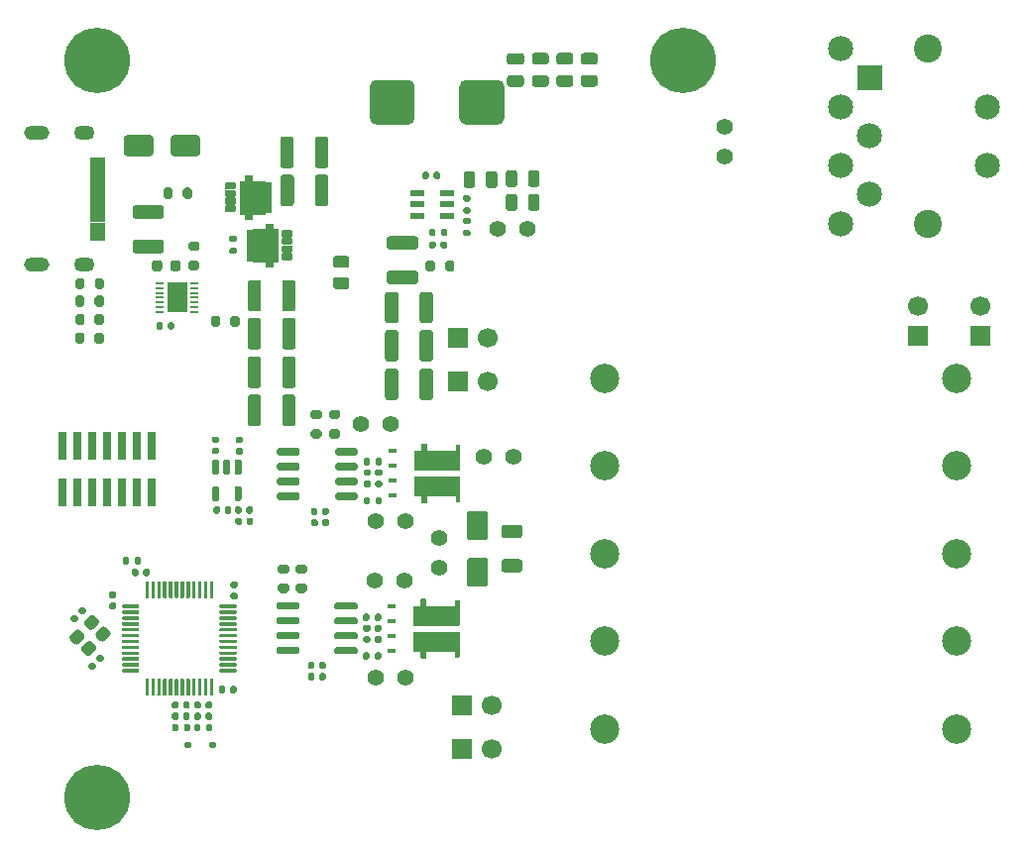
<source format=gbr>
G04 #@! TF.GenerationSoftware,KiCad,Pcbnew,9.0.1+1*
G04 #@! TF.CreationDate,2025-12-16T10:26:37+00:00*
G04 #@! TF.ProjectId,c64psu,63363470-7375-42e6-9b69-6361645f7063,rev?*
G04 #@! TF.SameCoordinates,Original*
G04 #@! TF.FileFunction,Soldermask,Top*
G04 #@! TF.FilePolarity,Negative*
%FSLAX46Y46*%
G04 Gerber Fmt 4.6, Leading zero omitted, Abs format (unit mm)*
G04 Created by KiCad (PCBNEW 9.0.1+1) date 2025-12-16 10:26:37*
%MOMM*%
%LPD*%
G01*
G04 APERTURE LIST*
%ADD10C,0.010000*%
%ADD11C,2.500000*%
%ADD12C,1.400000*%
%ADD13R,0.800000X0.200000*%
%ADD14R,1.750000X2.650000*%
%ADD15C,3.600000*%
%ADD16C,5.600000*%
%ADD17R,1.700000X1.700000*%
%ADD18C,1.700000*%
%ADD19R,1.200000X0.600000*%
%ADD20R,1.100000X0.600000*%
%ADD21R,1.100000X0.300000*%
%ADD22O,1.754000X1.254000*%
%ADD23O,2.154000X1.254000*%
%ADD24R,0.711200X0.406400*%
%ADD25R,3.987800X1.727200*%
%ADD26R,0.740000X2.400000*%
%ADD27C,2.400000*%
%ADD28C,2.154000*%
G04 APERTURE END LIST*
D10*
X155010001Y-56349800D02*
X155410000Y-56349800D01*
X155410000Y-59149800D01*
X155010001Y-59149800D01*
X155010000Y-59599801D01*
X154410000Y-59599801D01*
X154409999Y-59149800D01*
X153310000Y-59149800D01*
X153310000Y-59034800D01*
X152760000Y-59034800D01*
X152760000Y-58414800D01*
X153310000Y-58414801D01*
X153310000Y-58384800D01*
X152760000Y-58384800D01*
X152760000Y-57764800D01*
X153310000Y-57764800D01*
X153310000Y-57734800D01*
X152760000Y-57734800D01*
X152760000Y-57114800D01*
X153310000Y-57114800D01*
X153310000Y-57084799D01*
X152760000Y-57084800D01*
X152760000Y-56464800D01*
X153310000Y-56464800D01*
X153310000Y-56349800D01*
X154409999Y-56349800D01*
X154410000Y-55899799D01*
X155010000Y-55899799D01*
X155010001Y-56349800D01*
G36*
X155010001Y-56349800D02*
G01*
X155410000Y-56349800D01*
X155410000Y-59149800D01*
X155010001Y-59149800D01*
X155010000Y-59599801D01*
X154410000Y-59599801D01*
X154409999Y-59149800D01*
X153310000Y-59149800D01*
X153310000Y-59034800D01*
X152760000Y-59034800D01*
X152760000Y-58414800D01*
X153310000Y-58414801D01*
X153310000Y-58384800D01*
X152760000Y-58384800D01*
X152760000Y-57764800D01*
X153310000Y-57764800D01*
X153310000Y-57734800D01*
X152760000Y-57734800D01*
X152760000Y-57114800D01*
X153310000Y-57114800D01*
X153310000Y-57084799D01*
X152760000Y-57084800D01*
X152760000Y-56464800D01*
X153310000Y-56464800D01*
X153310000Y-56349800D01*
X154409999Y-56349800D01*
X154410000Y-55899799D01*
X155010000Y-55899799D01*
X155010001Y-56349800D01*
G37*
X140600000Y-50925000D02*
X139400000Y-50925000D01*
X139400000Y-50225000D01*
X140600000Y-50225000D01*
X140600000Y-50925000D01*
G36*
X140600000Y-50925000D02*
G01*
X139400000Y-50925000D01*
X139400000Y-50225000D01*
X140600000Y-50225000D01*
X140600000Y-50925000D01*
G37*
X140600000Y-51725000D02*
X139400000Y-51725000D01*
X139400000Y-51025000D01*
X140600000Y-51025000D01*
X140600000Y-51725000D01*
G36*
X140600000Y-51725000D02*
G01*
X139400000Y-51725000D01*
X139400000Y-51025000D01*
X140600000Y-51025000D01*
X140600000Y-51725000D01*
G37*
X140600000Y-52224999D02*
X139399999Y-52225000D01*
X139400000Y-51825000D01*
X140600000Y-51825000D01*
X140600000Y-52224999D01*
G36*
X140600000Y-52224999D02*
G01*
X139399999Y-52225000D01*
X139400000Y-51825000D01*
X140600000Y-51825000D01*
X140600000Y-52224999D01*
G37*
X140600000Y-52725000D02*
X139400000Y-52725000D01*
X139400000Y-52325000D01*
X140600000Y-52325000D01*
X140600000Y-52725000D01*
G36*
X140600000Y-52725000D02*
G01*
X139400000Y-52725000D01*
X139400000Y-52325000D01*
X140600000Y-52325000D01*
X140600000Y-52725000D01*
G37*
X140600000Y-52825001D02*
X140600000Y-53225000D01*
X139400000Y-53225000D01*
X139399999Y-52825000D01*
X140600000Y-52825001D01*
G36*
X140600000Y-52825001D02*
G01*
X140600000Y-53225000D01*
X139400000Y-53225000D01*
X139399999Y-52825000D01*
X140600000Y-52825001D01*
G37*
X140600000Y-53725000D02*
X139400000Y-53725000D01*
X139400000Y-53325000D01*
X140600000Y-53325000D01*
X140600000Y-53725000D01*
G36*
X140600000Y-53725000D02*
G01*
X139400000Y-53725000D01*
X139400000Y-53325000D01*
X140600000Y-53325000D01*
X140600000Y-53725000D01*
G37*
X140600000Y-54225000D02*
X139400000Y-54225000D01*
X139400000Y-53825000D01*
X140600000Y-53825000D01*
X140600000Y-54225000D01*
G36*
X140600000Y-54225000D02*
G01*
X139400000Y-54225000D01*
X139400000Y-53825000D01*
X140600000Y-53825000D01*
X140600000Y-54225000D01*
G37*
X140600000Y-54724999D02*
X139399999Y-54725000D01*
X139400000Y-54325000D01*
X140600000Y-54325000D01*
X140600000Y-54724999D01*
G36*
X140600000Y-54724999D02*
G01*
X139399999Y-54725000D01*
X139400000Y-54325000D01*
X140600000Y-54325000D01*
X140600000Y-54724999D01*
G37*
X140600000Y-55225000D02*
X139400000Y-55225000D01*
X139400000Y-54825000D01*
X140600000Y-54825000D01*
X140600000Y-55225000D01*
G36*
X140600000Y-55225000D02*
G01*
X139400000Y-55225000D01*
X139400000Y-54825000D01*
X140600000Y-54825000D01*
X140600000Y-55225000D01*
G37*
X140600000Y-55325001D02*
X140600000Y-55725000D01*
X139400000Y-55725000D01*
X139399999Y-55325000D01*
X140600000Y-55325001D01*
G36*
X140600000Y-55325001D02*
G01*
X140600000Y-55725000D01*
X139400000Y-55725000D01*
X139399999Y-55325000D01*
X140600000Y-55325001D01*
G37*
X140600000Y-56525000D02*
X139400000Y-56525000D01*
X139400000Y-55825000D01*
X140600000Y-55825000D01*
X140600000Y-56525000D01*
G36*
X140600000Y-56525000D02*
G01*
X139400000Y-56525000D01*
X139400000Y-55825000D01*
X140600000Y-55825000D01*
X140600000Y-56525000D01*
G37*
X140600000Y-57325000D02*
X139400000Y-57325000D01*
X139400000Y-56625000D01*
X140600000Y-56625000D01*
X140600000Y-57325000D01*
G36*
X140600000Y-57325000D02*
G01*
X139400000Y-57325000D01*
X139400000Y-56625000D01*
X140600000Y-56625000D01*
X140600000Y-57325000D01*
G37*
X153165101Y-52272750D02*
X154265100Y-52272750D01*
X154265100Y-52387750D01*
X154815100Y-52387750D01*
X154815100Y-53007750D01*
X154265100Y-53007749D01*
X154265100Y-53037750D01*
X154815100Y-53037750D01*
X154815100Y-53657750D01*
X154265100Y-53657750D01*
X154265100Y-53687750D01*
X154815100Y-53687750D01*
X154815100Y-54307750D01*
X154265100Y-54307750D01*
X154265100Y-54337751D01*
X154815100Y-54337750D01*
X154815100Y-54957750D01*
X154265100Y-54957750D01*
X154265100Y-55072750D01*
X153165101Y-55072750D01*
X153165100Y-55522751D01*
X152565100Y-55522751D01*
X152565099Y-55072750D01*
X152165100Y-55072750D01*
X152165100Y-52272750D01*
X152565099Y-52272750D01*
X152565100Y-51822749D01*
X153165100Y-51822749D01*
X153165101Y-52272750D01*
G36*
X153165101Y-52272750D02*
G01*
X154265100Y-52272750D01*
X154265100Y-52387750D01*
X154815100Y-52387750D01*
X154815100Y-53007750D01*
X154265100Y-53007749D01*
X154265100Y-53037750D01*
X154815100Y-53037750D01*
X154815100Y-53657750D01*
X154265100Y-53657750D01*
X154265100Y-53687750D01*
X154815100Y-53687750D01*
X154815100Y-54307750D01*
X154265100Y-54307750D01*
X154265100Y-54337751D01*
X154815100Y-54337750D01*
X154815100Y-54957750D01*
X154265100Y-54957750D01*
X154265100Y-55072750D01*
X153165101Y-55072750D01*
X153165100Y-55522751D01*
X152565100Y-55522751D01*
X152565099Y-55072750D01*
X152165100Y-55072750D01*
X152165100Y-52272750D01*
X152565099Y-52272750D01*
X152565100Y-51822749D01*
X153165100Y-51822749D01*
X153165101Y-52272750D01*
G37*
D11*
X183370000Y-69110000D03*
X183370000Y-76610000D03*
X183370000Y-84110000D03*
X183370000Y-91610000D03*
X183370000Y-99110000D03*
X213370000Y-69110000D03*
X213370000Y-76610000D03*
X213370000Y-84110000D03*
X213370000Y-91610000D03*
X213370000Y-99110000D03*
G36*
G01*
X162745200Y-79788600D02*
X162745200Y-79418600D01*
G75*
G02*
X162880200Y-79283600I135000J0D01*
G01*
X163150200Y-79283600D01*
G75*
G02*
X163285200Y-79418600I0J-135000D01*
G01*
X163285200Y-79788600D01*
G75*
G02*
X163150200Y-79923600I-135000J0D01*
G01*
X162880200Y-79923600D01*
G75*
G02*
X162745200Y-79788600I0J135000D01*
G01*
G37*
G36*
G01*
X163765200Y-79788600D02*
X163765200Y-79418600D01*
G75*
G02*
X163900200Y-79283600I135000J0D01*
G01*
X164170200Y-79283600D01*
G75*
G02*
X164305200Y-79418600I0J-135000D01*
G01*
X164305200Y-79788600D01*
G75*
G02*
X164170200Y-79923600I-135000J0D01*
G01*
X163900200Y-79923600D01*
G75*
G02*
X163765200Y-79788600I0J135000D01*
G01*
G37*
G36*
G01*
X158266800Y-81653200D02*
X158266800Y-81313200D01*
G75*
G02*
X158406800Y-81173200I140000J0D01*
G01*
X158686800Y-81173200D01*
G75*
G02*
X158826800Y-81313200I0J-140000D01*
G01*
X158826800Y-81653200D01*
G75*
G02*
X158686800Y-81793200I-140000J0D01*
G01*
X158406800Y-81793200D01*
G75*
G02*
X158266800Y-81653200I0J140000D01*
G01*
G37*
G36*
G01*
X159226800Y-81653200D02*
X159226800Y-81313200D01*
G75*
G02*
X159366800Y-81173200I140000J0D01*
G01*
X159646800Y-81173200D01*
G75*
G02*
X159786800Y-81313200I0J-140000D01*
G01*
X159786800Y-81653200D01*
G75*
G02*
X159646800Y-81793200I-140000J0D01*
G01*
X159366800Y-81793200D01*
G75*
G02*
X159226800Y-81653200I0J140000D01*
G01*
G37*
G36*
G01*
X157990000Y-94810400D02*
X157990000Y-94470400D01*
G75*
G02*
X158130000Y-94330400I140000J0D01*
G01*
X158410000Y-94330400D01*
G75*
G02*
X158550000Y-94470400I0J-140000D01*
G01*
X158550000Y-94810400D01*
G75*
G02*
X158410000Y-94950400I-140000J0D01*
G01*
X158130000Y-94950400D01*
G75*
G02*
X157990000Y-94810400I0J140000D01*
G01*
G37*
G36*
G01*
X158950000Y-94810400D02*
X158950000Y-94470400D01*
G75*
G02*
X159090000Y-94330400I140000J0D01*
G01*
X159370000Y-94330400D01*
G75*
G02*
X159510000Y-94470400I0J-140000D01*
G01*
X159510000Y-94810400D01*
G75*
G02*
X159370000Y-94950400I-140000J0D01*
G01*
X159090000Y-94950400D01*
G75*
G02*
X158950000Y-94810400I0J140000D01*
G01*
G37*
G36*
G01*
X174876801Y-54577000D02*
X174876801Y-53627000D01*
G75*
G02*
X175126801Y-53377000I250000J0D01*
G01*
X175626801Y-53377000D01*
G75*
G02*
X175876801Y-53627000I0J-250000D01*
G01*
X175876801Y-54577000D01*
G75*
G02*
X175626801Y-54827000I-250000J0D01*
G01*
X175126801Y-54827000D01*
G75*
G02*
X174876801Y-54577000I0J250000D01*
G01*
G37*
G36*
G01*
X176776799Y-54577000D02*
X176776799Y-53627000D01*
G75*
G02*
X177026799Y-53377000I250000J0D01*
G01*
X177526799Y-53377000D01*
G75*
G02*
X177776799Y-53627000I0J-250000D01*
G01*
X177776799Y-54577000D01*
G75*
G02*
X177526799Y-54827000I-250000J0D01*
G01*
X177026799Y-54827000D01*
G75*
G02*
X176776799Y-54577000I0J250000D01*
G01*
G37*
G36*
G01*
X155350800Y-75562600D02*
X155350800Y-75262600D01*
G75*
G02*
X155500800Y-75112600I150000J0D01*
G01*
X157150800Y-75112600D01*
G75*
G02*
X157300800Y-75262600I0J-150000D01*
G01*
X157300800Y-75562600D01*
G75*
G02*
X157150800Y-75712600I-150000J0D01*
G01*
X155500800Y-75712600D01*
G75*
G02*
X155350800Y-75562600I0J150000D01*
G01*
G37*
G36*
G01*
X155350800Y-76832600D02*
X155350800Y-76532600D01*
G75*
G02*
X155500800Y-76382600I150000J0D01*
G01*
X157150800Y-76382600D01*
G75*
G02*
X157300800Y-76532600I0J-150000D01*
G01*
X157300800Y-76832600D01*
G75*
G02*
X157150800Y-76982600I-150000J0D01*
G01*
X155500800Y-76982600D01*
G75*
G02*
X155350800Y-76832600I0J150000D01*
G01*
G37*
G36*
G01*
X155350800Y-78102600D02*
X155350800Y-77802600D01*
G75*
G02*
X155500800Y-77652600I150000J0D01*
G01*
X157150800Y-77652600D01*
G75*
G02*
X157300800Y-77802600I0J-150000D01*
G01*
X157300800Y-78102600D01*
G75*
G02*
X157150800Y-78252600I-150000J0D01*
G01*
X155500800Y-78252600D01*
G75*
G02*
X155350800Y-78102600I0J150000D01*
G01*
G37*
G36*
G01*
X155350800Y-79372600D02*
X155350800Y-79072600D01*
G75*
G02*
X155500800Y-78922600I150000J0D01*
G01*
X157150800Y-78922600D01*
G75*
G02*
X157300800Y-79072600I0J-150000D01*
G01*
X157300800Y-79372600D01*
G75*
G02*
X157150800Y-79522600I-150000J0D01*
G01*
X155500800Y-79522600D01*
G75*
G02*
X155350800Y-79372600I0J150000D01*
G01*
G37*
G36*
G01*
X160300800Y-79372600D02*
X160300800Y-79072600D01*
G75*
G02*
X160450800Y-78922600I150000J0D01*
G01*
X162100800Y-78922600D01*
G75*
G02*
X162250800Y-79072600I0J-150000D01*
G01*
X162250800Y-79372600D01*
G75*
G02*
X162100800Y-79522600I-150000J0D01*
G01*
X160450800Y-79522600D01*
G75*
G02*
X160300800Y-79372600I0J150000D01*
G01*
G37*
G36*
G01*
X160300800Y-78102600D02*
X160300800Y-77802600D01*
G75*
G02*
X160450800Y-77652600I150000J0D01*
G01*
X162100800Y-77652600D01*
G75*
G02*
X162250800Y-77802600I0J-150000D01*
G01*
X162250800Y-78102600D01*
G75*
G02*
X162100800Y-78252600I-150000J0D01*
G01*
X160450800Y-78252600D01*
G75*
G02*
X160300800Y-78102600I0J150000D01*
G01*
G37*
G36*
G01*
X160300800Y-76832600D02*
X160300800Y-76532600D01*
G75*
G02*
X160450800Y-76382600I150000J0D01*
G01*
X162100800Y-76382600D01*
G75*
G02*
X162250800Y-76532600I0J-150000D01*
G01*
X162250800Y-76832600D01*
G75*
G02*
X162100800Y-76982600I-150000J0D01*
G01*
X160450800Y-76982600D01*
G75*
G02*
X160300800Y-76832600I0J150000D01*
G01*
G37*
G36*
G01*
X160300800Y-75562600D02*
X160300800Y-75262600D01*
G75*
G02*
X160450800Y-75112600I150000J0D01*
G01*
X162100800Y-75112600D01*
G75*
G02*
X162250800Y-75262600I0J-150000D01*
G01*
X162250800Y-75562600D01*
G75*
G02*
X162100800Y-75712600I-150000J0D01*
G01*
X160450800Y-75712600D01*
G75*
G02*
X160300800Y-75562600I0J150000D01*
G01*
G37*
G36*
G01*
X182491400Y-44223599D02*
X181541400Y-44223599D01*
G75*
G02*
X181291400Y-43973599I0J250000D01*
G01*
X181291400Y-43473599D01*
G75*
G02*
X181541400Y-43223599I250000J0D01*
G01*
X182491400Y-43223599D01*
G75*
G02*
X182741400Y-43473599I0J-250000D01*
G01*
X182741400Y-43973599D01*
G75*
G02*
X182491400Y-44223599I-250000J0D01*
G01*
G37*
G36*
G01*
X182491400Y-42323601D02*
X181541400Y-42323601D01*
G75*
G02*
X181291400Y-42073601I0J250000D01*
G01*
X181291400Y-41573601D01*
G75*
G02*
X181541400Y-41323601I250000J0D01*
G01*
X182491400Y-41323601D01*
G75*
G02*
X182741400Y-41573601I0J-250000D01*
G01*
X182741400Y-42073601D01*
G75*
G02*
X182491400Y-42323601I-250000J0D01*
G01*
G37*
D12*
X163748400Y-94691200D03*
X166288400Y-94691200D03*
G36*
G01*
X156939201Y-60977600D02*
X156939201Y-63177600D01*
G75*
G02*
X156689201Y-63427600I-250000J0D01*
G01*
X156039201Y-63427600D01*
G75*
G02*
X155789201Y-63177600I0J250000D01*
G01*
X155789201Y-60977600D01*
G75*
G02*
X156039201Y-60727600I250000J0D01*
G01*
X156689201Y-60727600D01*
G75*
G02*
X156939201Y-60977600I0J-250000D01*
G01*
G37*
G36*
G01*
X153989199Y-60977600D02*
X153989199Y-63177600D01*
G75*
G02*
X153739199Y-63427600I-250000J0D01*
G01*
X153089199Y-63427600D01*
G75*
G02*
X152839199Y-63177600I0J250000D01*
G01*
X152839199Y-60977600D01*
G75*
G02*
X153089199Y-60727600I250000J0D01*
G01*
X153739199Y-60727600D01*
G75*
G02*
X153989199Y-60977600I0J-250000D01*
G01*
G37*
X163799200Y-81330800D03*
X166339200Y-81330800D03*
G36*
G01*
X163187200Y-91742800D02*
X162847200Y-91742800D01*
G75*
G02*
X162707200Y-91602800I0J140000D01*
G01*
X162707200Y-91322800D01*
G75*
G02*
X162847200Y-91182800I140000J0D01*
G01*
X163187200Y-91182800D01*
G75*
G02*
X163327200Y-91322800I0J-140000D01*
G01*
X163327200Y-91602800D01*
G75*
G02*
X163187200Y-91742800I-140000J0D01*
G01*
G37*
G36*
G01*
X163187200Y-90782800D02*
X162847200Y-90782800D01*
G75*
G02*
X162707200Y-90642800I0J140000D01*
G01*
X162707200Y-90362800D01*
G75*
G02*
X162847200Y-90222800I140000J0D01*
G01*
X163187200Y-90222800D01*
G75*
G02*
X163327200Y-90362800I0J-140000D01*
G01*
X163327200Y-90642800D01*
G75*
G02*
X163187200Y-90782800I-140000J0D01*
G01*
G37*
G36*
G01*
X144665000Y-59766250D02*
X144665000Y-59253750D01*
G75*
G02*
X144883750Y-59035000I218750J0D01*
G01*
X145321250Y-59035000D01*
G75*
G02*
X145540000Y-59253750I0J-218750D01*
G01*
X145540000Y-59766250D01*
G75*
G02*
X145321250Y-59985000I-218750J0D01*
G01*
X144883750Y-59985000D01*
G75*
G02*
X144665000Y-59766250I0J218750D01*
G01*
G37*
G36*
G01*
X146240000Y-59766250D02*
X146240000Y-59253750D01*
G75*
G02*
X146458750Y-59035000I218750J0D01*
G01*
X146896250Y-59035000D01*
G75*
G02*
X147115000Y-59253750I0J-218750D01*
G01*
X147115000Y-59766250D01*
G75*
G02*
X146896250Y-59985000I-218750J0D01*
G01*
X146458750Y-59985000D01*
G75*
G02*
X146240000Y-59766250I0J218750D01*
G01*
G37*
G36*
G01*
X151454499Y-80227700D02*
X151454499Y-80567700D01*
G75*
G02*
X151314499Y-80707700I-140000J0D01*
G01*
X151034499Y-80707700D01*
G75*
G02*
X150894499Y-80567700I0J140000D01*
G01*
X150894499Y-80227700D01*
G75*
G02*
X151034499Y-80087700I140000J0D01*
G01*
X151314499Y-80087700D01*
G75*
G02*
X151454499Y-80227700I0J-140000D01*
G01*
G37*
G36*
G01*
X150494499Y-80227700D02*
X150494499Y-80567700D01*
G75*
G02*
X150354499Y-80707700I-140000J0D01*
G01*
X150074499Y-80707700D01*
G75*
G02*
X149934499Y-80567700I0J140000D01*
G01*
X149934499Y-80227700D01*
G75*
G02*
X150074499Y-80087700I140000J0D01*
G01*
X150354499Y-80087700D01*
G75*
G02*
X150494499Y-80227700I0J-140000D01*
G01*
G37*
D13*
X148317500Y-63436750D03*
X148317500Y-63036750D03*
X148317500Y-62636750D03*
X148317500Y-62236750D03*
X148317500Y-61836750D03*
X148317500Y-61436750D03*
X148317500Y-61036750D03*
X145317500Y-61036750D03*
X145317500Y-61436750D03*
X145317500Y-61836750D03*
X145317500Y-62236750D03*
X145317500Y-62636750D03*
X145317500Y-63036750D03*
X145317500Y-63436750D03*
D14*
X146817500Y-62236750D03*
G36*
G01*
X162694400Y-89745400D02*
X162694400Y-89375400D01*
G75*
G02*
X162829400Y-89240400I135000J0D01*
G01*
X163099400Y-89240400D01*
G75*
G02*
X163234400Y-89375400I0J-135000D01*
G01*
X163234400Y-89745400D01*
G75*
G02*
X163099400Y-89880400I-135000J0D01*
G01*
X162829400Y-89880400D01*
G75*
G02*
X162694400Y-89745400I0J135000D01*
G01*
G37*
G36*
G01*
X163714400Y-89745400D02*
X163714400Y-89375400D01*
G75*
G02*
X163849400Y-89240400I135000J0D01*
G01*
X164119400Y-89240400D01*
G75*
G02*
X164254400Y-89375400I0J-135000D01*
G01*
X164254400Y-89745400D01*
G75*
G02*
X164119400Y-89880400I-135000J0D01*
G01*
X163849400Y-89880400D01*
G75*
G02*
X163714400Y-89745400I0J135000D01*
G01*
G37*
G36*
G01*
X158974200Y-74287600D02*
X158424200Y-74287600D01*
G75*
G02*
X158224200Y-74087600I0J200000D01*
G01*
X158224200Y-73687600D01*
G75*
G02*
X158424200Y-73487600I200000J0D01*
G01*
X158974200Y-73487600D01*
G75*
G02*
X159174200Y-73687600I0J-200000D01*
G01*
X159174200Y-74087600D01*
G75*
G02*
X158974200Y-74287600I-200000J0D01*
G01*
G37*
G36*
G01*
X158974200Y-72637600D02*
X158424200Y-72637600D01*
G75*
G02*
X158224200Y-72437600I0J200000D01*
G01*
X158224200Y-72037600D01*
G75*
G02*
X158424200Y-71837600I200000J0D01*
G01*
X158974200Y-71837600D01*
G75*
G02*
X159174200Y-72037600I0J-200000D01*
G01*
X159174200Y-72437600D01*
G75*
G02*
X158974200Y-72637600I-200000J0D01*
G01*
G37*
D15*
X190000000Y-42000000D03*
D16*
X190000000Y-42000000D03*
G36*
G01*
X160549000Y-74275400D02*
X159999000Y-74275400D01*
G75*
G02*
X159799000Y-74075400I0J200000D01*
G01*
X159799000Y-73675400D01*
G75*
G02*
X159999000Y-73475400I200000J0D01*
G01*
X160549000Y-73475400D01*
G75*
G02*
X160749000Y-73675400I0J-200000D01*
G01*
X160749000Y-74075400D01*
G75*
G02*
X160549000Y-74275400I-200000J0D01*
G01*
G37*
G36*
G01*
X160549000Y-72625400D02*
X159999000Y-72625400D01*
G75*
G02*
X159799000Y-72425400I0J200000D01*
G01*
X159799000Y-72025400D01*
G75*
G02*
X159999000Y-71825400I200000J0D01*
G01*
X160549000Y-71825400D01*
G75*
G02*
X160749000Y-72025400I0J-200000D01*
G01*
X160749000Y-72425400D01*
G75*
G02*
X160549000Y-72625400I-200000J0D01*
G01*
G37*
G36*
G01*
X140577300Y-60763750D02*
X140577300Y-61313750D01*
G75*
G02*
X140377300Y-61513750I-200000J0D01*
G01*
X139977300Y-61513750D01*
G75*
G02*
X139777300Y-61313750I0J200000D01*
G01*
X139777300Y-60763750D01*
G75*
G02*
X139977300Y-60563750I200000J0D01*
G01*
X140377300Y-60563750D01*
G75*
G02*
X140577300Y-60763750I0J-200000D01*
G01*
G37*
G36*
G01*
X138927300Y-60763750D02*
X138927300Y-61313750D01*
G75*
G02*
X138727300Y-61513750I-200000J0D01*
G01*
X138327300Y-61513750D01*
G75*
G02*
X138127300Y-61313750I0J200000D01*
G01*
X138127300Y-60763750D01*
G75*
G02*
X138327300Y-60563750I200000J0D01*
G01*
X138727300Y-60563750D01*
G75*
G02*
X138927300Y-60763750I0J-200000D01*
G01*
G37*
G36*
G01*
X176192200Y-44238800D02*
X175242200Y-44238800D01*
G75*
G02*
X174992200Y-43988800I0J250000D01*
G01*
X174992200Y-43488800D01*
G75*
G02*
X175242200Y-43238800I250000J0D01*
G01*
X176192200Y-43238800D01*
G75*
G02*
X176442200Y-43488800I0J-250000D01*
G01*
X176442200Y-43988800D01*
G75*
G02*
X176192200Y-44238800I-250000J0D01*
G01*
G37*
G36*
G01*
X176192200Y-42338802D02*
X175242200Y-42338802D01*
G75*
G02*
X174992200Y-42088802I0J250000D01*
G01*
X174992200Y-41588802D01*
G75*
G02*
X175242200Y-41338802I250000J0D01*
G01*
X176192200Y-41338802D01*
G75*
G02*
X176442200Y-41588802I0J-250000D01*
G01*
X176442200Y-42088802D01*
G75*
G02*
X176192200Y-42338802I-250000J0D01*
G01*
G37*
G36*
G01*
X158244000Y-80688000D02*
X158244000Y-80348000D01*
G75*
G02*
X158384000Y-80208000I140000J0D01*
G01*
X158664000Y-80208000D01*
G75*
G02*
X158804000Y-80348000I0J-140000D01*
G01*
X158804000Y-80688000D01*
G75*
G02*
X158664000Y-80828000I-140000J0D01*
G01*
X158384000Y-80828000D01*
G75*
G02*
X158244000Y-80688000I0J140000D01*
G01*
G37*
G36*
G01*
X159204000Y-80688000D02*
X159204000Y-80348000D01*
G75*
G02*
X159344000Y-80208000I140000J0D01*
G01*
X159624000Y-80208000D01*
G75*
G02*
X159764000Y-80348000I0J-140000D01*
G01*
X159764000Y-80688000D01*
G75*
G02*
X159624000Y-80828000I-140000J0D01*
G01*
X159344000Y-80828000D01*
G75*
G02*
X159204000Y-80688000I0J140000D01*
G01*
G37*
G36*
G01*
X151410100Y-56958750D02*
X151780100Y-56958750D01*
G75*
G02*
X151915100Y-57093750I0J-135000D01*
G01*
X151915100Y-57363750D01*
G75*
G02*
X151780100Y-57498750I-135000J0D01*
G01*
X151410100Y-57498750D01*
G75*
G02*
X151275100Y-57363750I0J135000D01*
G01*
X151275100Y-57093750D01*
G75*
G02*
X151410100Y-56958750I135000J0D01*
G01*
G37*
G36*
G01*
X151410100Y-57978748D02*
X151780100Y-57978748D01*
G75*
G02*
X151915100Y-58113748I0J-135000D01*
G01*
X151915100Y-58383748D01*
G75*
G02*
X151780100Y-58518748I-135000J0D01*
G01*
X151410100Y-58518748D01*
G75*
G02*
X151275100Y-58383748I0J135000D01*
G01*
X151275100Y-58113748D01*
G75*
G02*
X151410100Y-57978748I135000J0D01*
G01*
G37*
G36*
G01*
X157704200Y-87483400D02*
X157154200Y-87483400D01*
G75*
G02*
X156954200Y-87283400I0J200000D01*
G01*
X156954200Y-86883400D01*
G75*
G02*
X157154200Y-86683400I200000J0D01*
G01*
X157704200Y-86683400D01*
G75*
G02*
X157904200Y-86883400I0J-200000D01*
G01*
X157904200Y-87283400D01*
G75*
G02*
X157704200Y-87483400I-200000J0D01*
G01*
G37*
G36*
G01*
X157704200Y-85833400D02*
X157154200Y-85833400D01*
G75*
G02*
X156954200Y-85633400I0J200000D01*
G01*
X156954200Y-85233400D01*
G75*
G02*
X157154200Y-85033400I200000J0D01*
G01*
X157704200Y-85033400D01*
G75*
G02*
X157904200Y-85233400I0J-200000D01*
G01*
X157904200Y-85633400D01*
G75*
G02*
X157704200Y-85833400I-200000J0D01*
G01*
G37*
G36*
G01*
X168674001Y-61993600D02*
X168674001Y-64193600D01*
G75*
G02*
X168424001Y-64443600I-250000J0D01*
G01*
X167774001Y-64443600D01*
G75*
G02*
X167524001Y-64193600I0J250000D01*
G01*
X167524001Y-61993600D01*
G75*
G02*
X167774001Y-61743600I250000J0D01*
G01*
X168424001Y-61743600D01*
G75*
G02*
X168674001Y-61993600I0J-250000D01*
G01*
G37*
G36*
G01*
X165723999Y-61993600D02*
X165723999Y-64193600D01*
G75*
G02*
X165473999Y-64443600I-250000J0D01*
G01*
X164823999Y-64443600D01*
G75*
G02*
X164573999Y-64193600I0J250000D01*
G01*
X164573999Y-61993600D01*
G75*
G02*
X164823999Y-61743600I250000J0D01*
G01*
X165473999Y-61743600D01*
G75*
G02*
X165723999Y-61993600I0J-250000D01*
G01*
G37*
G36*
G01*
X148282200Y-98197000D02*
X148282200Y-97857000D01*
G75*
G02*
X148422200Y-97717000I140000J0D01*
G01*
X148702200Y-97717000D01*
G75*
G02*
X148842200Y-97857000I0J-140000D01*
G01*
X148842200Y-98197000D01*
G75*
G02*
X148702200Y-98337000I-140000J0D01*
G01*
X148422200Y-98337000D01*
G75*
G02*
X148282200Y-98197000I0J140000D01*
G01*
G37*
G36*
G01*
X149242200Y-98197000D02*
X149242200Y-97857000D01*
G75*
G02*
X149382200Y-97717000I140000J0D01*
G01*
X149662200Y-97717000D01*
G75*
G02*
X149802200Y-97857000I0J-140000D01*
G01*
X149802200Y-98197000D01*
G75*
G02*
X149662200Y-98337000I-140000J0D01*
G01*
X149382200Y-98337000D01*
G75*
G02*
X149242200Y-98197000I0J140000D01*
G01*
G37*
G36*
G01*
X163812400Y-90222800D02*
X164152400Y-90222800D01*
G75*
G02*
X164292400Y-90362800I0J-140000D01*
G01*
X164292400Y-90642800D01*
G75*
G02*
X164152400Y-90782800I-140000J0D01*
G01*
X163812400Y-90782800D01*
G75*
G02*
X163672400Y-90642800I0J140000D01*
G01*
X163672400Y-90362800D01*
G75*
G02*
X163812400Y-90222800I140000J0D01*
G01*
G37*
G36*
G01*
X163812400Y-91182800D02*
X164152400Y-91182800D01*
G75*
G02*
X164292400Y-91322800I0J-140000D01*
G01*
X164292400Y-91602800D01*
G75*
G02*
X164152400Y-91742800I-140000J0D01*
G01*
X163812400Y-91742800D01*
G75*
G02*
X163672400Y-91602800I0J140000D01*
G01*
X163672400Y-91322800D01*
G75*
G02*
X163812400Y-91182800I140000J0D01*
G01*
G37*
G36*
G01*
X171374500Y-53504350D02*
X171744500Y-53504350D01*
G75*
G02*
X171879500Y-53639350I0J-135000D01*
G01*
X171879500Y-53909350D01*
G75*
G02*
X171744500Y-54044350I-135000J0D01*
G01*
X171374500Y-54044350D01*
G75*
G02*
X171239500Y-53909350I0J135000D01*
G01*
X171239500Y-53639350D01*
G75*
G02*
X171374500Y-53504350I135000J0D01*
G01*
G37*
G36*
G01*
X171374500Y-54524348D02*
X171744500Y-54524348D01*
G75*
G02*
X171879500Y-54659348I0J-135000D01*
G01*
X171879500Y-54929348D01*
G75*
G02*
X171744500Y-55064348I-135000J0D01*
G01*
X171374500Y-55064348D01*
G75*
G02*
X171239500Y-54929348I0J135000D01*
G01*
X171239500Y-54659348D01*
G75*
G02*
X171374500Y-54524348I135000J0D01*
G01*
G37*
G36*
G01*
X137957007Y-89997809D02*
X137716591Y-89757393D01*
G75*
G02*
X137716591Y-89559403I98995J98995D01*
G01*
X137914581Y-89361413D01*
G75*
G02*
X138112571Y-89361413I98995J-98995D01*
G01*
X138352987Y-89601829D01*
G75*
G02*
X138352987Y-89799819I-98995J-98995D01*
G01*
X138154997Y-89997809D01*
G75*
G02*
X137957007Y-89997809I-98995J98995D01*
G01*
G37*
G36*
G01*
X138635829Y-89318987D02*
X138395413Y-89078571D01*
G75*
G02*
X138395413Y-88880581I98995J98995D01*
G01*
X138593403Y-88682591D01*
G75*
G02*
X138791393Y-88682591I98995J-98995D01*
G01*
X139031809Y-88923007D01*
G75*
G02*
X139031809Y-89120997I-98995J-98995D01*
G01*
X138833819Y-89318987D01*
G75*
G02*
X138635829Y-89318987I-98995J98995D01*
G01*
G37*
D17*
X170784600Y-65684400D03*
D18*
X173324600Y-65684400D03*
G36*
G01*
X145645700Y-53592150D02*
X145645700Y-53042150D01*
G75*
G02*
X145845700Y-52842150I200000J0D01*
G01*
X146245700Y-52842150D01*
G75*
G02*
X146445700Y-53042150I0J-200000D01*
G01*
X146445700Y-53592150D01*
G75*
G02*
X146245700Y-53792150I-200000J0D01*
G01*
X145845700Y-53792150D01*
G75*
G02*
X145645700Y-53592150I0J200000D01*
G01*
G37*
G36*
G01*
X147295700Y-53592150D02*
X147295700Y-53042150D01*
G75*
G02*
X147495700Y-52842150I200000J0D01*
G01*
X147895700Y-52842150D01*
G75*
G02*
X148095700Y-53042150I0J-200000D01*
G01*
X148095700Y-53592150D01*
G75*
G02*
X147895700Y-53792150I-200000J0D01*
G01*
X147495700Y-53792150D01*
G75*
G02*
X147295700Y-53592150I0J200000D01*
G01*
G37*
D17*
X171140200Y-100787200D03*
D18*
X173680200Y-100787200D03*
G36*
G01*
X171374500Y-55432751D02*
X171744500Y-55432751D01*
G75*
G02*
X171879500Y-55567751I0J-135000D01*
G01*
X171879500Y-55837751D01*
G75*
G02*
X171744500Y-55972751I-135000J0D01*
G01*
X171374500Y-55972751D01*
G75*
G02*
X171239500Y-55837751I0J135000D01*
G01*
X171239500Y-55567751D01*
G75*
G02*
X171374500Y-55432751I135000J0D01*
G01*
G37*
G36*
G01*
X171374500Y-56452749D02*
X171744500Y-56452749D01*
G75*
G02*
X171879500Y-56587749I0J-135000D01*
G01*
X171879500Y-56857749D01*
G75*
G02*
X171744500Y-56992749I-135000J0D01*
G01*
X171374500Y-56992749D01*
G75*
G02*
X171239500Y-56857749I0J135000D01*
G01*
X171239500Y-56587749D01*
G75*
G02*
X171374500Y-56452749I135000J0D01*
G01*
G37*
G36*
G01*
X140569400Y-63834600D02*
X140569400Y-64384600D01*
G75*
G02*
X140369400Y-64584600I-200000J0D01*
G01*
X139969400Y-64584600D01*
G75*
G02*
X139769400Y-64384600I0J200000D01*
G01*
X139769400Y-63834600D01*
G75*
G02*
X139969400Y-63634600I200000J0D01*
G01*
X140369400Y-63634600D01*
G75*
G02*
X140569400Y-63834600I0J-200000D01*
G01*
G37*
G36*
G01*
X138919400Y-63834600D02*
X138919400Y-64384600D01*
G75*
G02*
X138719400Y-64584600I-200000J0D01*
G01*
X138319400Y-64584600D01*
G75*
G02*
X138119400Y-64384600I0J200000D01*
G01*
X138119400Y-63834600D01*
G75*
G02*
X138319400Y-63634600I200000J0D01*
G01*
X138719400Y-63634600D01*
G75*
G02*
X138919400Y-63834600I0J-200000D01*
G01*
G37*
G36*
G01*
X142281098Y-49903150D02*
X142281098Y-48603150D01*
G75*
G02*
X142531098Y-48353150I250000J0D01*
G01*
X144531098Y-48353150D01*
G75*
G02*
X144781098Y-48603150I0J-250000D01*
G01*
X144781098Y-49903150D01*
G75*
G02*
X144531098Y-50153150I-250000J0D01*
G01*
X142531098Y-50153150D01*
G75*
G02*
X142281098Y-49903150I0J250000D01*
G01*
G37*
G36*
G01*
X146281100Y-49903150D02*
X146281100Y-48603150D01*
G75*
G02*
X146531100Y-48353150I250000J0D01*
G01*
X148531100Y-48353150D01*
G75*
G02*
X148781100Y-48603150I0J-250000D01*
G01*
X148781100Y-49903150D01*
G75*
G02*
X148531100Y-50153150I-250000J0D01*
G01*
X146531100Y-50153150D01*
G75*
G02*
X146281100Y-49903150I0J250000D01*
G01*
G37*
G36*
G01*
X150254899Y-75620500D02*
X149914899Y-75620500D01*
G75*
G02*
X149774899Y-75480500I0J140000D01*
G01*
X149774899Y-75200500D01*
G75*
G02*
X149914899Y-75060500I140000J0D01*
G01*
X150254899Y-75060500D01*
G75*
G02*
X150394899Y-75200500I0J-140000D01*
G01*
X150394899Y-75480500D01*
G75*
G02*
X150254899Y-75620500I-140000J0D01*
G01*
G37*
G36*
G01*
X150254899Y-74660500D02*
X149914899Y-74660500D01*
G75*
G02*
X149774899Y-74520500I0J140000D01*
G01*
X149774899Y-74240500D01*
G75*
G02*
X149914899Y-74100500I140000J0D01*
G01*
X150254899Y-74100500D01*
G75*
G02*
X150394899Y-74240500I0J-140000D01*
G01*
X150394899Y-74520500D01*
G75*
G02*
X150254899Y-74660500I-140000J0D01*
G01*
G37*
G36*
G01*
X156662000Y-58514800D02*
X156662000Y-58934800D01*
G75*
G02*
X156560000Y-59036800I-102000J0D01*
G01*
X155860000Y-59036800D01*
G75*
G02*
X155758000Y-58934800I0J102000D01*
G01*
X155758000Y-58514800D01*
G75*
G02*
X155860000Y-58412800I102000J0D01*
G01*
X156560000Y-58412800D01*
G75*
G02*
X156662000Y-58514800I0J-102000D01*
G01*
G37*
G36*
G01*
X156662000Y-57864800D02*
X156662000Y-58284800D01*
G75*
G02*
X156560000Y-58386800I-102000J0D01*
G01*
X155860000Y-58386800D01*
G75*
G02*
X155758000Y-58284800I0J102000D01*
G01*
X155758000Y-57864800D01*
G75*
G02*
X155860000Y-57762800I102000J0D01*
G01*
X156560000Y-57762800D01*
G75*
G02*
X156662000Y-57864800I0J-102000D01*
G01*
G37*
G36*
G01*
X156662000Y-57214800D02*
X156662000Y-57634800D01*
G75*
G02*
X156560000Y-57736800I-102000J0D01*
G01*
X155860000Y-57736800D01*
G75*
G02*
X155758000Y-57634800I0J102000D01*
G01*
X155758000Y-57214800D01*
G75*
G02*
X155860000Y-57112800I102000J0D01*
G01*
X156560000Y-57112800D01*
G75*
G02*
X156662000Y-57214800I0J-102000D01*
G01*
G37*
G36*
G01*
X156662000Y-56564800D02*
X156662000Y-56984800D01*
G75*
G02*
X156560000Y-57086800I-102000J0D01*
G01*
X155860000Y-57086800D01*
G75*
G02*
X155758000Y-56984800I0J102000D01*
G01*
X155758000Y-56564800D01*
G75*
G02*
X155860000Y-56462800I102000J0D01*
G01*
X156560000Y-56462800D01*
G75*
G02*
X156662000Y-56564800I0J-102000D01*
G01*
G37*
D17*
X170835400Y-69392800D03*
D18*
X173375400Y-69392800D03*
G36*
G01*
X174177899Y-51673750D02*
X174177899Y-52623750D01*
G75*
G02*
X173927899Y-52873750I-250000J0D01*
G01*
X173427899Y-52873750D01*
G75*
G02*
X173177899Y-52623750I0J250000D01*
G01*
X173177899Y-51673750D01*
G75*
G02*
X173427899Y-51423750I250000J0D01*
G01*
X173927899Y-51423750D01*
G75*
G02*
X174177899Y-51673750I0J-250000D01*
G01*
G37*
G36*
G01*
X172277901Y-51673750D02*
X172277901Y-52623750D01*
G75*
G02*
X172027901Y-52873750I-250000J0D01*
G01*
X171527901Y-52873750D01*
G75*
G02*
X171277901Y-52623750I0J250000D01*
G01*
X171277901Y-51673750D01*
G75*
G02*
X171527901Y-51423750I250000J0D01*
G01*
X172027901Y-51423750D01*
G75*
G02*
X172277901Y-51673750I0J-250000D01*
G01*
G37*
D12*
X172994001Y-75844400D03*
X175534001Y-75844400D03*
X165079999Y-73050400D03*
X162539999Y-73050400D03*
G36*
G01*
X152286899Y-75643300D02*
X151946899Y-75643300D01*
G75*
G02*
X151806899Y-75503300I0J140000D01*
G01*
X151806899Y-75223300D01*
G75*
G02*
X151946899Y-75083300I140000J0D01*
G01*
X152286899Y-75083300D01*
G75*
G02*
X152426899Y-75223300I0J-140000D01*
G01*
X152426899Y-75503300D01*
G75*
G02*
X152286899Y-75643300I-140000J0D01*
G01*
G37*
G36*
G01*
X152286899Y-74683300D02*
X151946899Y-74683300D01*
G75*
G02*
X151806899Y-74543300I0J140000D01*
G01*
X151806899Y-74263300D01*
G75*
G02*
X151946899Y-74123300I140000J0D01*
G01*
X152286899Y-74123300D01*
G75*
G02*
X152426899Y-74263300I0J-140000D01*
G01*
X152426899Y-74543300D01*
G75*
G02*
X152286899Y-74683300I-140000J0D01*
G01*
G37*
G36*
G01*
X147899800Y-97857000D02*
X147899800Y-98197000D01*
G75*
G02*
X147759800Y-98337000I-140000J0D01*
G01*
X147479800Y-98337000D01*
G75*
G02*
X147339800Y-98197000I0J140000D01*
G01*
X147339800Y-97857000D01*
G75*
G02*
X147479800Y-97717000I140000J0D01*
G01*
X147759800Y-97717000D01*
G75*
G02*
X147899800Y-97857000I0J-140000D01*
G01*
G37*
G36*
G01*
X146939800Y-97857000D02*
X146939800Y-98197000D01*
G75*
G02*
X146799800Y-98337000I-140000J0D01*
G01*
X146519800Y-98337000D01*
G75*
G02*
X146379800Y-98197000I0J140000D01*
G01*
X146379800Y-97857000D01*
G75*
G02*
X146519800Y-97717000I140000J0D01*
G01*
X146799800Y-97717000D01*
G75*
G02*
X146939800Y-97857000I0J-140000D01*
G01*
G37*
G36*
G01*
X149822199Y-98807200D02*
X149822199Y-99177200D01*
G75*
G02*
X149687199Y-99312200I-135000J0D01*
G01*
X149417199Y-99312200D01*
G75*
G02*
X149282199Y-99177200I0J135000D01*
G01*
X149282199Y-98807200D01*
G75*
G02*
X149417199Y-98672200I135000J0D01*
G01*
X149687199Y-98672200D01*
G75*
G02*
X149822199Y-98807200I0J-135000D01*
G01*
G37*
G36*
G01*
X148802201Y-98807200D02*
X148802201Y-99177200D01*
G75*
G02*
X148667201Y-99312200I-135000J0D01*
G01*
X148397201Y-99312200D01*
G75*
G02*
X148262201Y-99177200I0J135000D01*
G01*
X148262201Y-98807200D01*
G75*
G02*
X148397201Y-98672200I135000J0D01*
G01*
X148667201Y-98672200D01*
G75*
G02*
X148802201Y-98807200I0J-135000D01*
G01*
G37*
G36*
G01*
X160382800Y-58671400D02*
X161282800Y-58671400D01*
G75*
G02*
X161532800Y-58921400I0J-250000D01*
G01*
X161532800Y-59446400D01*
G75*
G02*
X161282800Y-59696400I-250000J0D01*
G01*
X160382800Y-59696400D01*
G75*
G02*
X160132800Y-59446400I0J250000D01*
G01*
X160132800Y-58921400D01*
G75*
G02*
X160382800Y-58671400I250000J0D01*
G01*
G37*
G36*
G01*
X160382800Y-60496400D02*
X161282800Y-60496400D01*
G75*
G02*
X161532800Y-60746400I0J-250000D01*
G01*
X161532800Y-61271400D01*
G75*
G02*
X161282800Y-61521400I-250000J0D01*
G01*
X160382800Y-61521400D01*
G75*
G02*
X160132800Y-61271400I0J250000D01*
G01*
X160132800Y-60746400D01*
G75*
G02*
X160382800Y-60496400I250000J0D01*
G01*
G37*
X169214800Y-85344000D03*
X169214800Y-82804000D03*
G36*
G01*
X142110200Y-88697200D02*
X142110200Y-88547200D01*
G75*
G02*
X142185200Y-88472200I75000J0D01*
G01*
X143510200Y-88472200D01*
G75*
G02*
X143585200Y-88547200I0J-75000D01*
G01*
X143585200Y-88697200D01*
G75*
G02*
X143510200Y-88772200I-75000J0D01*
G01*
X142185200Y-88772200D01*
G75*
G02*
X142110200Y-88697200I0J75000D01*
G01*
G37*
G36*
G01*
X142110200Y-89197200D02*
X142110200Y-89047200D01*
G75*
G02*
X142185200Y-88972200I75000J0D01*
G01*
X143510200Y-88972200D01*
G75*
G02*
X143585200Y-89047200I0J-75000D01*
G01*
X143585200Y-89197200D01*
G75*
G02*
X143510200Y-89272200I-75000J0D01*
G01*
X142185200Y-89272200D01*
G75*
G02*
X142110200Y-89197200I0J75000D01*
G01*
G37*
G36*
G01*
X142110200Y-89697200D02*
X142110200Y-89547200D01*
G75*
G02*
X142185200Y-89472200I75000J0D01*
G01*
X143510200Y-89472200D01*
G75*
G02*
X143585200Y-89547200I0J-75000D01*
G01*
X143585200Y-89697200D01*
G75*
G02*
X143510200Y-89772200I-75000J0D01*
G01*
X142185200Y-89772200D01*
G75*
G02*
X142110200Y-89697200I0J75000D01*
G01*
G37*
G36*
G01*
X142110200Y-90197200D02*
X142110200Y-90047200D01*
G75*
G02*
X142185200Y-89972200I75000J0D01*
G01*
X143510200Y-89972200D01*
G75*
G02*
X143585200Y-90047200I0J-75000D01*
G01*
X143585200Y-90197200D01*
G75*
G02*
X143510200Y-90272200I-75000J0D01*
G01*
X142185200Y-90272200D01*
G75*
G02*
X142110200Y-90197200I0J75000D01*
G01*
G37*
G36*
G01*
X142110200Y-90697200D02*
X142110200Y-90547200D01*
G75*
G02*
X142185200Y-90472200I75000J0D01*
G01*
X143510200Y-90472200D01*
G75*
G02*
X143585200Y-90547200I0J-75000D01*
G01*
X143585200Y-90697200D01*
G75*
G02*
X143510200Y-90772200I-75000J0D01*
G01*
X142185200Y-90772200D01*
G75*
G02*
X142110200Y-90697200I0J75000D01*
G01*
G37*
G36*
G01*
X142110200Y-91197200D02*
X142110200Y-91047200D01*
G75*
G02*
X142185200Y-90972200I75000J0D01*
G01*
X143510200Y-90972200D01*
G75*
G02*
X143585200Y-91047200I0J-75000D01*
G01*
X143585200Y-91197200D01*
G75*
G02*
X143510200Y-91272200I-75000J0D01*
G01*
X142185200Y-91272200D01*
G75*
G02*
X142110200Y-91197200I0J75000D01*
G01*
G37*
G36*
G01*
X142110200Y-91697200D02*
X142110200Y-91547200D01*
G75*
G02*
X142185200Y-91472200I75000J0D01*
G01*
X143510200Y-91472200D01*
G75*
G02*
X143585200Y-91547200I0J-75000D01*
G01*
X143585200Y-91697200D01*
G75*
G02*
X143510200Y-91772200I-75000J0D01*
G01*
X142185200Y-91772200D01*
G75*
G02*
X142110200Y-91697200I0J75000D01*
G01*
G37*
G36*
G01*
X142110200Y-92197200D02*
X142110200Y-92047200D01*
G75*
G02*
X142185200Y-91972200I75000J0D01*
G01*
X143510200Y-91972200D01*
G75*
G02*
X143585200Y-92047200I0J-75000D01*
G01*
X143585200Y-92197200D01*
G75*
G02*
X143510200Y-92272200I-75000J0D01*
G01*
X142185200Y-92272200D01*
G75*
G02*
X142110200Y-92197200I0J75000D01*
G01*
G37*
G36*
G01*
X142110200Y-92697200D02*
X142110200Y-92547200D01*
G75*
G02*
X142185200Y-92472200I75000J0D01*
G01*
X143510200Y-92472200D01*
G75*
G02*
X143585200Y-92547200I0J-75000D01*
G01*
X143585200Y-92697200D01*
G75*
G02*
X143510200Y-92772200I-75000J0D01*
G01*
X142185200Y-92772200D01*
G75*
G02*
X142110200Y-92697200I0J75000D01*
G01*
G37*
G36*
G01*
X142110200Y-93197200D02*
X142110200Y-93047200D01*
G75*
G02*
X142185200Y-92972200I75000J0D01*
G01*
X143510200Y-92972200D01*
G75*
G02*
X143585200Y-93047200I0J-75000D01*
G01*
X143585200Y-93197200D01*
G75*
G02*
X143510200Y-93272200I-75000J0D01*
G01*
X142185200Y-93272200D01*
G75*
G02*
X142110200Y-93197200I0J75000D01*
G01*
G37*
G36*
G01*
X142110200Y-93697200D02*
X142110200Y-93547200D01*
G75*
G02*
X142185200Y-93472200I75000J0D01*
G01*
X143510200Y-93472200D01*
G75*
G02*
X143585200Y-93547200I0J-75000D01*
G01*
X143585200Y-93697200D01*
G75*
G02*
X143510200Y-93772200I-75000J0D01*
G01*
X142185200Y-93772200D01*
G75*
G02*
X142110200Y-93697200I0J75000D01*
G01*
G37*
G36*
G01*
X142110200Y-94197200D02*
X142110200Y-94047200D01*
G75*
G02*
X142185200Y-93972200I75000J0D01*
G01*
X143510200Y-93972200D01*
G75*
G02*
X143585200Y-94047200I0J-75000D01*
G01*
X143585200Y-94197200D01*
G75*
G02*
X143510200Y-94272200I-75000J0D01*
G01*
X142185200Y-94272200D01*
G75*
G02*
X142110200Y-94197200I0J75000D01*
G01*
G37*
G36*
G01*
X144110200Y-96197200D02*
X144110200Y-94872200D01*
G75*
G02*
X144185200Y-94797200I75000J0D01*
G01*
X144335200Y-94797200D01*
G75*
G02*
X144410200Y-94872200I0J-75000D01*
G01*
X144410200Y-96197200D01*
G75*
G02*
X144335200Y-96272200I-75000J0D01*
G01*
X144185200Y-96272200D01*
G75*
G02*
X144110200Y-96197200I0J75000D01*
G01*
G37*
G36*
G01*
X144610200Y-96197200D02*
X144610200Y-94872200D01*
G75*
G02*
X144685200Y-94797200I75000J0D01*
G01*
X144835200Y-94797200D01*
G75*
G02*
X144910200Y-94872200I0J-75000D01*
G01*
X144910200Y-96197200D01*
G75*
G02*
X144835200Y-96272200I-75000J0D01*
G01*
X144685200Y-96272200D01*
G75*
G02*
X144610200Y-96197200I0J75000D01*
G01*
G37*
G36*
G01*
X145110200Y-96197200D02*
X145110200Y-94872200D01*
G75*
G02*
X145185200Y-94797200I75000J0D01*
G01*
X145335200Y-94797200D01*
G75*
G02*
X145410200Y-94872200I0J-75000D01*
G01*
X145410200Y-96197200D01*
G75*
G02*
X145335200Y-96272200I-75000J0D01*
G01*
X145185200Y-96272200D01*
G75*
G02*
X145110200Y-96197200I0J75000D01*
G01*
G37*
G36*
G01*
X145610200Y-96197200D02*
X145610200Y-94872200D01*
G75*
G02*
X145685200Y-94797200I75000J0D01*
G01*
X145835200Y-94797200D01*
G75*
G02*
X145910200Y-94872200I0J-75000D01*
G01*
X145910200Y-96197200D01*
G75*
G02*
X145835200Y-96272200I-75000J0D01*
G01*
X145685200Y-96272200D01*
G75*
G02*
X145610200Y-96197200I0J75000D01*
G01*
G37*
G36*
G01*
X146110200Y-96197200D02*
X146110200Y-94872200D01*
G75*
G02*
X146185200Y-94797200I75000J0D01*
G01*
X146335200Y-94797200D01*
G75*
G02*
X146410200Y-94872200I0J-75000D01*
G01*
X146410200Y-96197200D01*
G75*
G02*
X146335200Y-96272200I-75000J0D01*
G01*
X146185200Y-96272200D01*
G75*
G02*
X146110200Y-96197200I0J75000D01*
G01*
G37*
G36*
G01*
X146610200Y-96197200D02*
X146610200Y-94872200D01*
G75*
G02*
X146685200Y-94797200I75000J0D01*
G01*
X146835200Y-94797200D01*
G75*
G02*
X146910200Y-94872200I0J-75000D01*
G01*
X146910200Y-96197200D01*
G75*
G02*
X146835200Y-96272200I-75000J0D01*
G01*
X146685200Y-96272200D01*
G75*
G02*
X146610200Y-96197200I0J75000D01*
G01*
G37*
G36*
G01*
X147110200Y-96197200D02*
X147110200Y-94872200D01*
G75*
G02*
X147185200Y-94797200I75000J0D01*
G01*
X147335200Y-94797200D01*
G75*
G02*
X147410200Y-94872200I0J-75000D01*
G01*
X147410200Y-96197200D01*
G75*
G02*
X147335200Y-96272200I-75000J0D01*
G01*
X147185200Y-96272200D01*
G75*
G02*
X147110200Y-96197200I0J75000D01*
G01*
G37*
G36*
G01*
X147610200Y-96197200D02*
X147610200Y-94872200D01*
G75*
G02*
X147685200Y-94797200I75000J0D01*
G01*
X147835200Y-94797200D01*
G75*
G02*
X147910200Y-94872200I0J-75000D01*
G01*
X147910200Y-96197200D01*
G75*
G02*
X147835200Y-96272200I-75000J0D01*
G01*
X147685200Y-96272200D01*
G75*
G02*
X147610200Y-96197200I0J75000D01*
G01*
G37*
G36*
G01*
X148110200Y-96197200D02*
X148110200Y-94872200D01*
G75*
G02*
X148185200Y-94797200I75000J0D01*
G01*
X148335200Y-94797200D01*
G75*
G02*
X148410200Y-94872200I0J-75000D01*
G01*
X148410200Y-96197200D01*
G75*
G02*
X148335200Y-96272200I-75000J0D01*
G01*
X148185200Y-96272200D01*
G75*
G02*
X148110200Y-96197200I0J75000D01*
G01*
G37*
G36*
G01*
X148610200Y-96197200D02*
X148610200Y-94872200D01*
G75*
G02*
X148685200Y-94797200I75000J0D01*
G01*
X148835200Y-94797200D01*
G75*
G02*
X148910200Y-94872200I0J-75000D01*
G01*
X148910200Y-96197200D01*
G75*
G02*
X148835200Y-96272200I-75000J0D01*
G01*
X148685200Y-96272200D01*
G75*
G02*
X148610200Y-96197200I0J75000D01*
G01*
G37*
G36*
G01*
X149110200Y-96197200D02*
X149110200Y-94872200D01*
G75*
G02*
X149185200Y-94797200I75000J0D01*
G01*
X149335200Y-94797200D01*
G75*
G02*
X149410200Y-94872200I0J-75000D01*
G01*
X149410200Y-96197200D01*
G75*
G02*
X149335200Y-96272200I-75000J0D01*
G01*
X149185200Y-96272200D01*
G75*
G02*
X149110200Y-96197200I0J75000D01*
G01*
G37*
G36*
G01*
X149610200Y-96197200D02*
X149610200Y-94872200D01*
G75*
G02*
X149685200Y-94797200I75000J0D01*
G01*
X149835200Y-94797200D01*
G75*
G02*
X149910200Y-94872200I0J-75000D01*
G01*
X149910200Y-96197200D01*
G75*
G02*
X149835200Y-96272200I-75000J0D01*
G01*
X149685200Y-96272200D01*
G75*
G02*
X149610200Y-96197200I0J75000D01*
G01*
G37*
G36*
G01*
X150435200Y-94197200D02*
X150435200Y-94047200D01*
G75*
G02*
X150510200Y-93972200I75000J0D01*
G01*
X151835200Y-93972200D01*
G75*
G02*
X151910200Y-94047200I0J-75000D01*
G01*
X151910200Y-94197200D01*
G75*
G02*
X151835200Y-94272200I-75000J0D01*
G01*
X150510200Y-94272200D01*
G75*
G02*
X150435200Y-94197200I0J75000D01*
G01*
G37*
G36*
G01*
X150435200Y-93697200D02*
X150435200Y-93547200D01*
G75*
G02*
X150510200Y-93472200I75000J0D01*
G01*
X151835200Y-93472200D01*
G75*
G02*
X151910200Y-93547200I0J-75000D01*
G01*
X151910200Y-93697200D01*
G75*
G02*
X151835200Y-93772200I-75000J0D01*
G01*
X150510200Y-93772200D01*
G75*
G02*
X150435200Y-93697200I0J75000D01*
G01*
G37*
G36*
G01*
X150435200Y-93197200D02*
X150435200Y-93047200D01*
G75*
G02*
X150510200Y-92972200I75000J0D01*
G01*
X151835200Y-92972200D01*
G75*
G02*
X151910200Y-93047200I0J-75000D01*
G01*
X151910200Y-93197200D01*
G75*
G02*
X151835200Y-93272200I-75000J0D01*
G01*
X150510200Y-93272200D01*
G75*
G02*
X150435200Y-93197200I0J75000D01*
G01*
G37*
G36*
G01*
X150435200Y-92697200D02*
X150435200Y-92547200D01*
G75*
G02*
X150510200Y-92472200I75000J0D01*
G01*
X151835200Y-92472200D01*
G75*
G02*
X151910200Y-92547200I0J-75000D01*
G01*
X151910200Y-92697200D01*
G75*
G02*
X151835200Y-92772200I-75000J0D01*
G01*
X150510200Y-92772200D01*
G75*
G02*
X150435200Y-92697200I0J75000D01*
G01*
G37*
G36*
G01*
X150435200Y-92197200D02*
X150435200Y-92047200D01*
G75*
G02*
X150510200Y-91972200I75000J0D01*
G01*
X151835200Y-91972200D01*
G75*
G02*
X151910200Y-92047200I0J-75000D01*
G01*
X151910200Y-92197200D01*
G75*
G02*
X151835200Y-92272200I-75000J0D01*
G01*
X150510200Y-92272200D01*
G75*
G02*
X150435200Y-92197200I0J75000D01*
G01*
G37*
G36*
G01*
X150435200Y-91697200D02*
X150435200Y-91547200D01*
G75*
G02*
X150510200Y-91472200I75000J0D01*
G01*
X151835200Y-91472200D01*
G75*
G02*
X151910200Y-91547200I0J-75000D01*
G01*
X151910200Y-91697200D01*
G75*
G02*
X151835200Y-91772200I-75000J0D01*
G01*
X150510200Y-91772200D01*
G75*
G02*
X150435200Y-91697200I0J75000D01*
G01*
G37*
G36*
G01*
X150435200Y-91197200D02*
X150435200Y-91047200D01*
G75*
G02*
X150510200Y-90972200I75000J0D01*
G01*
X151835200Y-90972200D01*
G75*
G02*
X151910200Y-91047200I0J-75000D01*
G01*
X151910200Y-91197200D01*
G75*
G02*
X151835200Y-91272200I-75000J0D01*
G01*
X150510200Y-91272200D01*
G75*
G02*
X150435200Y-91197200I0J75000D01*
G01*
G37*
G36*
G01*
X150435200Y-90697200D02*
X150435200Y-90547200D01*
G75*
G02*
X150510200Y-90472200I75000J0D01*
G01*
X151835200Y-90472200D01*
G75*
G02*
X151910200Y-90547200I0J-75000D01*
G01*
X151910200Y-90697200D01*
G75*
G02*
X151835200Y-90772200I-75000J0D01*
G01*
X150510200Y-90772200D01*
G75*
G02*
X150435200Y-90697200I0J75000D01*
G01*
G37*
G36*
G01*
X150435200Y-90197200D02*
X150435200Y-90047200D01*
G75*
G02*
X150510200Y-89972200I75000J0D01*
G01*
X151835200Y-89972200D01*
G75*
G02*
X151910200Y-90047200I0J-75000D01*
G01*
X151910200Y-90197200D01*
G75*
G02*
X151835200Y-90272200I-75000J0D01*
G01*
X150510200Y-90272200D01*
G75*
G02*
X150435200Y-90197200I0J75000D01*
G01*
G37*
G36*
G01*
X150435200Y-89697200D02*
X150435200Y-89547200D01*
G75*
G02*
X150510200Y-89472200I75000J0D01*
G01*
X151835200Y-89472200D01*
G75*
G02*
X151910200Y-89547200I0J-75000D01*
G01*
X151910200Y-89697200D01*
G75*
G02*
X151835200Y-89772200I-75000J0D01*
G01*
X150510200Y-89772200D01*
G75*
G02*
X150435200Y-89697200I0J75000D01*
G01*
G37*
G36*
G01*
X150435200Y-89197200D02*
X150435200Y-89047200D01*
G75*
G02*
X150510200Y-88972200I75000J0D01*
G01*
X151835200Y-88972200D01*
G75*
G02*
X151910200Y-89047200I0J-75000D01*
G01*
X151910200Y-89197200D01*
G75*
G02*
X151835200Y-89272200I-75000J0D01*
G01*
X150510200Y-89272200D01*
G75*
G02*
X150435200Y-89197200I0J75000D01*
G01*
G37*
G36*
G01*
X150435200Y-88697200D02*
X150435200Y-88547200D01*
G75*
G02*
X150510200Y-88472200I75000J0D01*
G01*
X151835200Y-88472200D01*
G75*
G02*
X151910200Y-88547200I0J-75000D01*
G01*
X151910200Y-88697200D01*
G75*
G02*
X151835200Y-88772200I-75000J0D01*
G01*
X150510200Y-88772200D01*
G75*
G02*
X150435200Y-88697200I0J75000D01*
G01*
G37*
G36*
G01*
X149610200Y-87872200D02*
X149610200Y-86547200D01*
G75*
G02*
X149685200Y-86472200I75000J0D01*
G01*
X149835200Y-86472200D01*
G75*
G02*
X149910200Y-86547200I0J-75000D01*
G01*
X149910200Y-87872200D01*
G75*
G02*
X149835200Y-87947200I-75000J0D01*
G01*
X149685200Y-87947200D01*
G75*
G02*
X149610200Y-87872200I0J75000D01*
G01*
G37*
G36*
G01*
X149110200Y-87872200D02*
X149110200Y-86547200D01*
G75*
G02*
X149185200Y-86472200I75000J0D01*
G01*
X149335200Y-86472200D01*
G75*
G02*
X149410200Y-86547200I0J-75000D01*
G01*
X149410200Y-87872200D01*
G75*
G02*
X149335200Y-87947200I-75000J0D01*
G01*
X149185200Y-87947200D01*
G75*
G02*
X149110200Y-87872200I0J75000D01*
G01*
G37*
G36*
G01*
X148610200Y-87872200D02*
X148610200Y-86547200D01*
G75*
G02*
X148685200Y-86472200I75000J0D01*
G01*
X148835200Y-86472200D01*
G75*
G02*
X148910200Y-86547200I0J-75000D01*
G01*
X148910200Y-87872200D01*
G75*
G02*
X148835200Y-87947200I-75000J0D01*
G01*
X148685200Y-87947200D01*
G75*
G02*
X148610200Y-87872200I0J75000D01*
G01*
G37*
G36*
G01*
X148110200Y-87872200D02*
X148110200Y-86547200D01*
G75*
G02*
X148185200Y-86472200I75000J0D01*
G01*
X148335200Y-86472200D01*
G75*
G02*
X148410200Y-86547200I0J-75000D01*
G01*
X148410200Y-87872200D01*
G75*
G02*
X148335200Y-87947200I-75000J0D01*
G01*
X148185200Y-87947200D01*
G75*
G02*
X148110200Y-87872200I0J75000D01*
G01*
G37*
G36*
G01*
X147610200Y-87872200D02*
X147610200Y-86547200D01*
G75*
G02*
X147685200Y-86472200I75000J0D01*
G01*
X147835200Y-86472200D01*
G75*
G02*
X147910200Y-86547200I0J-75000D01*
G01*
X147910200Y-87872200D01*
G75*
G02*
X147835200Y-87947200I-75000J0D01*
G01*
X147685200Y-87947200D01*
G75*
G02*
X147610200Y-87872200I0J75000D01*
G01*
G37*
G36*
G01*
X147110200Y-87872200D02*
X147110200Y-86547200D01*
G75*
G02*
X147185200Y-86472200I75000J0D01*
G01*
X147335200Y-86472200D01*
G75*
G02*
X147410200Y-86547200I0J-75000D01*
G01*
X147410200Y-87872200D01*
G75*
G02*
X147335200Y-87947200I-75000J0D01*
G01*
X147185200Y-87947200D01*
G75*
G02*
X147110200Y-87872200I0J75000D01*
G01*
G37*
G36*
G01*
X146610200Y-87872200D02*
X146610200Y-86547200D01*
G75*
G02*
X146685200Y-86472200I75000J0D01*
G01*
X146835200Y-86472200D01*
G75*
G02*
X146910200Y-86547200I0J-75000D01*
G01*
X146910200Y-87872200D01*
G75*
G02*
X146835200Y-87947200I-75000J0D01*
G01*
X146685200Y-87947200D01*
G75*
G02*
X146610200Y-87872200I0J75000D01*
G01*
G37*
G36*
G01*
X146110200Y-87872200D02*
X146110200Y-86547200D01*
G75*
G02*
X146185200Y-86472200I75000J0D01*
G01*
X146335200Y-86472200D01*
G75*
G02*
X146410200Y-86547200I0J-75000D01*
G01*
X146410200Y-87872200D01*
G75*
G02*
X146335200Y-87947200I-75000J0D01*
G01*
X146185200Y-87947200D01*
G75*
G02*
X146110200Y-87872200I0J75000D01*
G01*
G37*
G36*
G01*
X145610200Y-87872200D02*
X145610200Y-86547200D01*
G75*
G02*
X145685200Y-86472200I75000J0D01*
G01*
X145835200Y-86472200D01*
G75*
G02*
X145910200Y-86547200I0J-75000D01*
G01*
X145910200Y-87872200D01*
G75*
G02*
X145835200Y-87947200I-75000J0D01*
G01*
X145685200Y-87947200D01*
G75*
G02*
X145610200Y-87872200I0J75000D01*
G01*
G37*
G36*
G01*
X145110200Y-87872200D02*
X145110200Y-86547200D01*
G75*
G02*
X145185200Y-86472200I75000J0D01*
G01*
X145335200Y-86472200D01*
G75*
G02*
X145410200Y-86547200I0J-75000D01*
G01*
X145410200Y-87872200D01*
G75*
G02*
X145335200Y-87947200I-75000J0D01*
G01*
X145185200Y-87947200D01*
G75*
G02*
X145110200Y-87872200I0J75000D01*
G01*
G37*
G36*
G01*
X144610200Y-87872200D02*
X144610200Y-86547200D01*
G75*
G02*
X144685200Y-86472200I75000J0D01*
G01*
X144835200Y-86472200D01*
G75*
G02*
X144910200Y-86547200I0J-75000D01*
G01*
X144910200Y-87872200D01*
G75*
G02*
X144835200Y-87947200I-75000J0D01*
G01*
X144685200Y-87947200D01*
G75*
G02*
X144610200Y-87872200I0J75000D01*
G01*
G37*
G36*
G01*
X144110200Y-87872200D02*
X144110200Y-86547200D01*
G75*
G02*
X144185200Y-86472200I75000J0D01*
G01*
X144335200Y-86472200D01*
G75*
G02*
X144410200Y-86547200I0J-75000D01*
G01*
X144410200Y-87872200D01*
G75*
G02*
X144335200Y-87947200I-75000J0D01*
G01*
X144185200Y-87947200D01*
G75*
G02*
X144110200Y-87872200I0J75000D01*
G01*
G37*
D19*
X167363100Y-53332350D03*
X167363100Y-54282350D03*
X167363100Y-55232350D03*
X169863100Y-55232350D03*
X169863100Y-54282350D03*
X169863100Y-53332350D03*
G36*
G01*
X140557200Y-65409400D02*
X140557200Y-65959400D01*
G75*
G02*
X140357200Y-66159400I-200000J0D01*
G01*
X139957200Y-66159400D01*
G75*
G02*
X139757200Y-65959400I0J200000D01*
G01*
X139757200Y-65409400D01*
G75*
G02*
X139957200Y-65209400I200000J0D01*
G01*
X140357200Y-65209400D01*
G75*
G02*
X140557200Y-65409400I0J-200000D01*
G01*
G37*
G36*
G01*
X138907200Y-65409400D02*
X138907200Y-65959400D01*
G75*
G02*
X138707200Y-66159400I-200000J0D01*
G01*
X138307200Y-66159400D01*
G75*
G02*
X138107200Y-65959400I0J200000D01*
G01*
X138107200Y-65409400D01*
G75*
G02*
X138307200Y-65209400I200000J0D01*
G01*
X138707200Y-65209400D01*
G75*
G02*
X138907200Y-65409400I0J-200000D01*
G01*
G37*
D20*
X140000000Y-50575000D03*
X140000000Y-51375000D03*
D21*
X139999999Y-52525000D03*
X140000000Y-53525000D03*
X140000000Y-54025000D03*
X139999999Y-55025000D03*
D20*
X140000000Y-56975000D03*
X140000000Y-56175000D03*
D21*
X140000000Y-55525000D03*
X140000000Y-54525000D03*
X140000000Y-53025000D03*
X140000000Y-52025000D03*
D22*
X138850000Y-48155000D03*
X138850000Y-59395000D03*
D23*
X134850000Y-48155000D03*
X134850000Y-59395000D03*
G36*
G01*
X163863200Y-76913200D02*
X164203200Y-76913200D01*
G75*
G02*
X164343200Y-77053200I0J-140000D01*
G01*
X164343200Y-77333200D01*
G75*
G02*
X164203200Y-77473200I-140000J0D01*
G01*
X163863200Y-77473200D01*
G75*
G02*
X163723200Y-77333200I0J140000D01*
G01*
X163723200Y-77053200D01*
G75*
G02*
X163863200Y-76913200I140000J0D01*
G01*
G37*
G36*
G01*
X163863200Y-77873200D02*
X164203200Y-77873200D01*
G75*
G02*
X164343200Y-78013200I0J-140000D01*
G01*
X164343200Y-78293200D01*
G75*
G02*
X164203200Y-78433200I-140000J0D01*
G01*
X163863200Y-78433200D01*
G75*
G02*
X163723200Y-78293200I0J140000D01*
G01*
X163723200Y-78013200D01*
G75*
G02*
X163863200Y-77873200I140000J0D01*
G01*
G37*
G36*
G01*
X167165200Y-61079601D02*
X164965200Y-61079601D01*
G75*
G02*
X164715200Y-60829601I0J250000D01*
G01*
X164715200Y-60179601D01*
G75*
G02*
X164965200Y-59929601I250000J0D01*
G01*
X167165200Y-59929601D01*
G75*
G02*
X167415200Y-60179601I0J-250000D01*
G01*
X167415200Y-60829601D01*
G75*
G02*
X167165200Y-61079601I-250000J0D01*
G01*
G37*
G36*
G01*
X167165200Y-58129599D02*
X164965200Y-58129599D01*
G75*
G02*
X164715200Y-57879599I0J250000D01*
G01*
X164715200Y-57229599D01*
G75*
G02*
X164965200Y-56979599I250000J0D01*
G01*
X167165200Y-56979599D01*
G75*
G02*
X167415200Y-57229599I0J-250000D01*
G01*
X167415200Y-57879599D01*
G75*
G02*
X167165200Y-58129599I-250000J0D01*
G01*
G37*
G36*
G01*
X141490600Y-88881000D02*
X141150600Y-88881000D01*
G75*
G02*
X141010600Y-88741000I0J140000D01*
G01*
X141010600Y-88461000D01*
G75*
G02*
X141150600Y-88321000I140000J0D01*
G01*
X141490600Y-88321000D01*
G75*
G02*
X141630600Y-88461000I0J-140000D01*
G01*
X141630600Y-88741000D01*
G75*
G02*
X141490600Y-88881000I-140000J0D01*
G01*
G37*
G36*
G01*
X141490600Y-87921000D02*
X141150600Y-87921000D01*
G75*
G02*
X141010600Y-87781000I0J140000D01*
G01*
X141010600Y-87501000D01*
G75*
G02*
X141150600Y-87361000I140000J0D01*
G01*
X141490600Y-87361000D01*
G75*
G02*
X141630600Y-87501000I0J-140000D01*
G01*
X141630600Y-87781000D01*
G75*
G02*
X141490600Y-87921000I-140000J0D01*
G01*
G37*
G36*
G01*
X156941002Y-64228800D02*
X156941002Y-66428800D01*
G75*
G02*
X156691002Y-66678800I-250000J0D01*
G01*
X156041002Y-66678800D01*
G75*
G02*
X155791002Y-66428800I0J250000D01*
G01*
X155791002Y-64228800D01*
G75*
G02*
X156041002Y-63978800I250000J0D01*
G01*
X156691002Y-63978800D01*
G75*
G02*
X156941002Y-64228800I0J-250000D01*
G01*
G37*
G36*
G01*
X153991000Y-64228800D02*
X153991000Y-66428800D01*
G75*
G02*
X153741000Y-66678800I-250000J0D01*
G01*
X153091000Y-66678800D01*
G75*
G02*
X152841000Y-66428800I0J250000D01*
G01*
X152841000Y-64228800D01*
G75*
G02*
X153091000Y-63978800I250000J0D01*
G01*
X153741000Y-63978800D01*
G75*
G02*
X153991000Y-64228800I0J-250000D01*
G01*
G37*
D24*
X165214300Y-75359999D03*
X165214300Y-76629999D03*
X165214300Y-77899999D03*
X165214300Y-79169999D03*
G36*
G01*
X167752200Y-74696349D02*
X168112000Y-74696349D01*
G75*
G02*
X168189100Y-74773449I0J-77100D01*
G01*
X168189100Y-76936549D01*
G75*
G02*
X168112000Y-77013649I-77100J0D01*
G01*
X167752200Y-77013649D01*
G75*
G02*
X167675100Y-76936549I0J77100D01*
G01*
X167675100Y-74773449D01*
G75*
G02*
X167752200Y-74696349I77100J0D01*
G01*
G37*
G36*
G01*
X170660175Y-74793099D02*
X170944025Y-74793099D01*
G75*
G02*
X171004850Y-74853924I0J-60825D01*
G01*
X171004850Y-76936074D01*
G75*
G02*
X170944025Y-76996899I-60825J0D01*
G01*
X170660175Y-76996899D01*
G75*
G02*
X170599350Y-76936074I0J60825D01*
G01*
X170599350Y-74853924D01*
G75*
G02*
X170660175Y-74793099I60825J0D01*
G01*
G37*
D25*
X169011600Y-76147399D03*
X169011600Y-78382599D03*
G36*
G01*
X170659925Y-77524999D02*
X170943775Y-77524999D01*
G75*
G02*
X171004600Y-77585824I0J-60825D01*
G01*
X171004600Y-79667974D01*
G75*
G02*
X170943775Y-79728799I-60825J0D01*
G01*
X170659925Y-79728799D01*
G75*
G02*
X170599100Y-79667974I0J60825D01*
G01*
X170599100Y-77585824D01*
G75*
G02*
X170659925Y-77524999I60825J0D01*
G01*
G37*
G36*
G01*
X167755200Y-77513099D02*
X168115000Y-77513099D01*
G75*
G02*
X168192100Y-77590199I0J-77100D01*
G01*
X168192100Y-79753299D01*
G75*
G02*
X168115000Y-79830399I-77100J0D01*
G01*
X167755200Y-79830399D01*
G75*
G02*
X167678100Y-79753299I0J77100D01*
G01*
X167678100Y-77590199D01*
G75*
G02*
X167755200Y-77513099I77100J0D01*
G01*
G37*
G36*
G01*
X143250000Y-54340000D02*
X145450000Y-54340000D01*
G75*
G02*
X145700000Y-54590000I0J-250000D01*
G01*
X145700000Y-55240000D01*
G75*
G02*
X145450000Y-55490000I-250000J0D01*
G01*
X143250000Y-55490000D01*
G75*
G02*
X143000000Y-55240000I0J250000D01*
G01*
X143000000Y-54590000D01*
G75*
G02*
X143250000Y-54340000I250000J0D01*
G01*
G37*
G36*
G01*
X143250000Y-57290000D02*
X145450000Y-57290000D01*
G75*
G02*
X145700000Y-57540000I0J-250000D01*
G01*
X145700000Y-58190000D01*
G75*
G02*
X145450000Y-58440000I-250000J0D01*
G01*
X143250000Y-58440000D01*
G75*
G02*
X143000000Y-58190000I0J250000D01*
G01*
X143000000Y-57540000D01*
G75*
G02*
X143250000Y-57290000I250000J0D01*
G01*
G37*
G36*
G01*
X166542001Y-47469750D02*
X163847001Y-47469750D01*
G75*
G02*
X163269501Y-46892250I0J577500D01*
G01*
X163269501Y-44197250D01*
G75*
G02*
X163847001Y-43619750I577500J0D01*
G01*
X166542001Y-43619750D01*
G75*
G02*
X167119501Y-44197250I0J-577500D01*
G01*
X167119501Y-46892250D01*
G75*
G02*
X166542001Y-47469750I-577500J0D01*
G01*
G37*
G36*
G01*
X174191999Y-47469750D02*
X171496999Y-47469750D01*
G75*
G02*
X170919499Y-46892250I0J577500D01*
G01*
X170919499Y-44197250D01*
G75*
G02*
X171496999Y-43619750I577500J0D01*
G01*
X174191999Y-43619750D01*
G75*
G02*
X174769499Y-44197250I0J-577500D01*
G01*
X174769499Y-46892250D01*
G75*
G02*
X174191999Y-47469750I-577500J0D01*
G01*
G37*
G36*
G01*
X150913100Y-52907750D02*
X150913100Y-52487750D01*
G75*
G02*
X151015100Y-52385750I102000J0D01*
G01*
X151715100Y-52385750D01*
G75*
G02*
X151817100Y-52487750I0J-102000D01*
G01*
X151817100Y-52907750D01*
G75*
G02*
X151715100Y-53009750I-102000J0D01*
G01*
X151015100Y-53009750D01*
G75*
G02*
X150913100Y-52907750I0J102000D01*
G01*
G37*
G36*
G01*
X150913100Y-53557750D02*
X150913100Y-53137750D01*
G75*
G02*
X151015100Y-53035750I102000J0D01*
G01*
X151715100Y-53035750D01*
G75*
G02*
X151817100Y-53137750I0J-102000D01*
G01*
X151817100Y-53557750D01*
G75*
G02*
X151715100Y-53659750I-102000J0D01*
G01*
X151015100Y-53659750D01*
G75*
G02*
X150913100Y-53557750I0J102000D01*
G01*
G37*
G36*
G01*
X150913100Y-54207750D02*
X150913100Y-53787750D01*
G75*
G02*
X151015100Y-53685750I102000J0D01*
G01*
X151715100Y-53685750D01*
G75*
G02*
X151817100Y-53787750I0J-102000D01*
G01*
X151817100Y-54207750D01*
G75*
G02*
X151715100Y-54309750I-102000J0D01*
G01*
X151015100Y-54309750D01*
G75*
G02*
X150913100Y-54207750I0J102000D01*
G01*
G37*
G36*
G01*
X150913100Y-54857750D02*
X150913100Y-54437750D01*
G75*
G02*
X151015100Y-54335750I102000J0D01*
G01*
X151715100Y-54335750D01*
G75*
G02*
X151817100Y-54437750I0J-102000D01*
G01*
X151817100Y-54857750D01*
G75*
G02*
X151715100Y-54959750I-102000J0D01*
G01*
X151015100Y-54959750D01*
G75*
G02*
X150913100Y-54857750I0J102000D01*
G01*
G37*
D17*
X171140200Y-97078800D03*
D18*
X173680200Y-97078800D03*
G36*
G01*
X162745200Y-76435800D02*
X162745200Y-76065800D01*
G75*
G02*
X162880200Y-75930800I135000J0D01*
G01*
X163150200Y-75930800D01*
G75*
G02*
X163285200Y-76065800I0J-135000D01*
G01*
X163285200Y-76435800D01*
G75*
G02*
X163150200Y-76570800I-135000J0D01*
G01*
X162880200Y-76570800D01*
G75*
G02*
X162745200Y-76435800I0J135000D01*
G01*
G37*
G36*
G01*
X163765200Y-76435800D02*
X163765200Y-76065800D01*
G75*
G02*
X163900200Y-75930800I135000J0D01*
G01*
X164170200Y-75930800D01*
G75*
G02*
X164305200Y-76065800I0J-135000D01*
G01*
X164305200Y-76435800D01*
G75*
G02*
X164170200Y-76570800I-135000J0D01*
G01*
X163900200Y-76570800D01*
G75*
G02*
X163765200Y-76435800I0J135000D01*
G01*
G37*
D12*
X166248400Y-86410800D03*
X163708400Y-86410800D03*
G36*
G01*
X155314200Y-88745200D02*
X155314200Y-88445200D01*
G75*
G02*
X155464200Y-88295200I150000J0D01*
G01*
X157114200Y-88295200D01*
G75*
G02*
X157264200Y-88445200I0J-150000D01*
G01*
X157264200Y-88745200D01*
G75*
G02*
X157114200Y-88895200I-150000J0D01*
G01*
X155464200Y-88895200D01*
G75*
G02*
X155314200Y-88745200I0J150000D01*
G01*
G37*
G36*
G01*
X155314200Y-90015200D02*
X155314200Y-89715200D01*
G75*
G02*
X155464200Y-89565200I150000J0D01*
G01*
X157114200Y-89565200D01*
G75*
G02*
X157264200Y-89715200I0J-150000D01*
G01*
X157264200Y-90015200D01*
G75*
G02*
X157114200Y-90165200I-150000J0D01*
G01*
X155464200Y-90165200D01*
G75*
G02*
X155314200Y-90015200I0J150000D01*
G01*
G37*
G36*
G01*
X155314200Y-91285200D02*
X155314200Y-90985200D01*
G75*
G02*
X155464200Y-90835200I150000J0D01*
G01*
X157114200Y-90835200D01*
G75*
G02*
X157264200Y-90985200I0J-150000D01*
G01*
X157264200Y-91285200D01*
G75*
G02*
X157114200Y-91435200I-150000J0D01*
G01*
X155464200Y-91435200D01*
G75*
G02*
X155314200Y-91285200I0J150000D01*
G01*
G37*
G36*
G01*
X155314200Y-92555200D02*
X155314200Y-92255200D01*
G75*
G02*
X155464200Y-92105200I150000J0D01*
G01*
X157114200Y-92105200D01*
G75*
G02*
X157264200Y-92255200I0J-150000D01*
G01*
X157264200Y-92555200D01*
G75*
G02*
X157114200Y-92705200I-150000J0D01*
G01*
X155464200Y-92705200D01*
G75*
G02*
X155314200Y-92555200I0J150000D01*
G01*
G37*
G36*
G01*
X160264200Y-92555200D02*
X160264200Y-92255200D01*
G75*
G02*
X160414200Y-92105200I150000J0D01*
G01*
X162064200Y-92105200D01*
G75*
G02*
X162214200Y-92255200I0J-150000D01*
G01*
X162214200Y-92555200D01*
G75*
G02*
X162064200Y-92705200I-150000J0D01*
G01*
X160414200Y-92705200D01*
G75*
G02*
X160264200Y-92555200I0J150000D01*
G01*
G37*
G36*
G01*
X160264200Y-91285200D02*
X160264200Y-90985200D01*
G75*
G02*
X160414200Y-90835200I150000J0D01*
G01*
X162064200Y-90835200D01*
G75*
G02*
X162214200Y-90985200I0J-150000D01*
G01*
X162214200Y-91285200D01*
G75*
G02*
X162064200Y-91435200I-150000J0D01*
G01*
X160414200Y-91435200D01*
G75*
G02*
X160264200Y-91285200I0J150000D01*
G01*
G37*
G36*
G01*
X160264200Y-90015200D02*
X160264200Y-89715200D01*
G75*
G02*
X160414200Y-89565200I150000J0D01*
G01*
X162064200Y-89565200D01*
G75*
G02*
X162214200Y-89715200I0J-150000D01*
G01*
X162214200Y-90015200D01*
G75*
G02*
X162064200Y-90165200I-150000J0D01*
G01*
X160414200Y-90165200D01*
G75*
G02*
X160264200Y-90015200I0J150000D01*
G01*
G37*
G36*
G01*
X160264200Y-88745200D02*
X160264200Y-88445200D01*
G75*
G02*
X160414200Y-88295200I150000J0D01*
G01*
X162064200Y-88295200D01*
G75*
G02*
X162214200Y-88445200I0J-150000D01*
G01*
X162214200Y-88745200D01*
G75*
G02*
X162064200Y-88895200I-150000J0D01*
G01*
X160414200Y-88895200D01*
G75*
G02*
X160264200Y-88745200I0J150000D01*
G01*
G37*
D15*
X140000000Y-105000000D03*
D16*
X140000000Y-105000000D03*
G36*
G01*
X143731199Y-84549400D02*
X143731199Y-84919400D01*
G75*
G02*
X143596199Y-85054400I-135000J0D01*
G01*
X143326199Y-85054400D01*
G75*
G02*
X143191199Y-84919400I0J135000D01*
G01*
X143191199Y-84549400D01*
G75*
G02*
X143326199Y-84414400I135000J0D01*
G01*
X143596199Y-84414400D01*
G75*
G02*
X143731199Y-84549400I0J-135000D01*
G01*
G37*
G36*
G01*
X142711201Y-84549400D02*
X142711201Y-84919400D01*
G75*
G02*
X142576201Y-85054400I-135000J0D01*
G01*
X142306201Y-85054400D01*
G75*
G02*
X142171201Y-84919400I0J135000D01*
G01*
X142171201Y-84549400D01*
G75*
G02*
X142306201Y-84414400I135000J0D01*
G01*
X142576201Y-84414400D01*
G75*
G02*
X142711201Y-84549400I0J-135000D01*
G01*
G37*
D26*
X144673400Y-74944200D03*
X144673400Y-78844200D03*
X143403400Y-74944200D03*
X143403400Y-78844200D03*
X142133400Y-74944200D03*
X142133400Y-78844200D03*
X140863400Y-74944200D03*
X140863400Y-78844200D03*
X139593400Y-74944200D03*
X139593400Y-78844200D03*
X138323400Y-74944200D03*
X138323400Y-78844200D03*
X137053400Y-74944200D03*
X137053400Y-78844200D03*
G36*
G01*
X142948200Y-85903400D02*
X142948200Y-85563400D01*
G75*
G02*
X143088200Y-85423400I140000J0D01*
G01*
X143368200Y-85423400D01*
G75*
G02*
X143508200Y-85563400I0J-140000D01*
G01*
X143508200Y-85903400D01*
G75*
G02*
X143368200Y-86043400I-140000J0D01*
G01*
X143088200Y-86043400D01*
G75*
G02*
X142948200Y-85903400I0J140000D01*
G01*
G37*
G36*
G01*
X143908200Y-85903400D02*
X143908200Y-85563400D01*
G75*
G02*
X144048200Y-85423400I140000J0D01*
G01*
X144328200Y-85423400D01*
G75*
G02*
X144468200Y-85563400I0J-140000D01*
G01*
X144468200Y-85903400D01*
G75*
G02*
X144328200Y-86043400I-140000J0D01*
G01*
X144048200Y-86043400D01*
G75*
G02*
X143908200Y-85903400I0J140000D01*
G01*
G37*
G36*
G01*
X157990000Y-93845200D02*
X157990000Y-93505200D01*
G75*
G02*
X158130000Y-93365200I140000J0D01*
G01*
X158410000Y-93365200D01*
G75*
G02*
X158550000Y-93505200I0J-140000D01*
G01*
X158550000Y-93845200D01*
G75*
G02*
X158410000Y-93985200I-140000J0D01*
G01*
X158130000Y-93985200D01*
G75*
G02*
X157990000Y-93845200I0J140000D01*
G01*
G37*
G36*
G01*
X158950000Y-93845200D02*
X158950000Y-93505200D01*
G75*
G02*
X159090000Y-93365200I140000J0D01*
G01*
X159370000Y-93365200D01*
G75*
G02*
X159510000Y-93505200I0J-140000D01*
G01*
X159510000Y-93845200D01*
G75*
G02*
X159370000Y-93985200I-140000J0D01*
G01*
X159090000Y-93985200D01*
G75*
G02*
X158950000Y-93845200I0J140000D01*
G01*
G37*
G36*
G01*
X178325800Y-44223599D02*
X177375800Y-44223599D01*
G75*
G02*
X177125800Y-43973599I0J250000D01*
G01*
X177125800Y-43473599D01*
G75*
G02*
X177375800Y-43223599I250000J0D01*
G01*
X178325800Y-43223599D01*
G75*
G02*
X178575800Y-43473599I0J-250000D01*
G01*
X178575800Y-43973599D01*
G75*
G02*
X178325800Y-44223599I-250000J0D01*
G01*
G37*
G36*
G01*
X178325800Y-42323601D02*
X177375800Y-42323601D01*
G75*
G02*
X177125800Y-42073601I0J250000D01*
G01*
X177125800Y-41573601D01*
G75*
G02*
X177375800Y-41323601I250000J0D01*
G01*
X178325800Y-41323601D01*
G75*
G02*
X178575800Y-41573601I0J-250000D01*
G01*
X178575800Y-42073601D01*
G75*
G02*
X178325800Y-42323601I-250000J0D01*
G01*
G37*
G36*
G01*
X140572300Y-62273750D02*
X140572300Y-62823750D01*
G75*
G02*
X140372300Y-63023750I-200000J0D01*
G01*
X139972300Y-63023750D01*
G75*
G02*
X139772300Y-62823750I0J200000D01*
G01*
X139772300Y-62273750D01*
G75*
G02*
X139972300Y-62073750I200000J0D01*
G01*
X140372300Y-62073750D01*
G75*
G02*
X140572300Y-62273750I0J-200000D01*
G01*
G37*
G36*
G01*
X138922300Y-62273750D02*
X138922300Y-62823750D01*
G75*
G02*
X138722300Y-63023750I-200000J0D01*
G01*
X138322300Y-63023750D01*
G75*
G02*
X138122300Y-62823750I0J200000D01*
G01*
X138122300Y-62273750D01*
G75*
G02*
X138322300Y-62073750I200000J0D01*
G01*
X138722300Y-62073750D01*
G75*
G02*
X138922300Y-62273750I0J-200000D01*
G01*
G37*
G36*
G01*
X150365000Y-95911000D02*
X150365000Y-95571000D01*
G75*
G02*
X150505000Y-95431000I140000J0D01*
G01*
X150785000Y-95431000D01*
G75*
G02*
X150925000Y-95571000I0J-140000D01*
G01*
X150925000Y-95911000D01*
G75*
G02*
X150785000Y-96051000I-140000J0D01*
G01*
X150505000Y-96051000D01*
G75*
G02*
X150365000Y-95911000I0J140000D01*
G01*
G37*
G36*
G01*
X151325000Y-95911000D02*
X151325000Y-95571000D01*
G75*
G02*
X151465000Y-95431000I140000J0D01*
G01*
X151745000Y-95431000D01*
G75*
G02*
X151885000Y-95571000I0J-140000D01*
G01*
X151885000Y-95911000D01*
G75*
G02*
X151745000Y-96051000I-140000J0D01*
G01*
X151465000Y-96051000D01*
G75*
G02*
X151325000Y-95911000I0J140000D01*
G01*
G37*
G36*
G01*
X139036646Y-92815256D02*
X138683093Y-92461703D01*
G75*
G02*
X138683093Y-92108149I176777J176777D01*
G01*
X139142712Y-91648530D01*
G75*
G02*
X139496266Y-91648530I176777J-176777D01*
G01*
X139849819Y-92002083D01*
G75*
G02*
X139849819Y-92355637I-176777J-176777D01*
G01*
X139390200Y-92815256D01*
G75*
G02*
X139036646Y-92815256I-176777J176777D01*
G01*
G37*
G36*
G01*
X140274083Y-91577819D02*
X139920530Y-91224266D01*
G75*
G02*
X139920530Y-90870712I176777J176777D01*
G01*
X140380149Y-90411093D01*
G75*
G02*
X140733703Y-90411093I176777J-176777D01*
G01*
X141087256Y-90764646D01*
G75*
G02*
X141087256Y-91118200I-176777J-176777D01*
G01*
X140627637Y-91577819D01*
G75*
G02*
X140274083Y-91577819I-176777J176777D01*
G01*
G37*
G36*
G01*
X139284134Y-90587870D02*
X138930581Y-90234317D01*
G75*
G02*
X138930581Y-89880763I176777J176777D01*
G01*
X139390200Y-89421144D01*
G75*
G02*
X139743754Y-89421144I176777J-176777D01*
G01*
X140097307Y-89774697D01*
G75*
G02*
X140097307Y-90128251I-176777J-176777D01*
G01*
X139637688Y-90587870D01*
G75*
G02*
X139284134Y-90587870I-176777J176777D01*
G01*
G37*
G36*
G01*
X138046697Y-91825307D02*
X137693144Y-91471754D01*
G75*
G02*
X137693144Y-91118200I176777J176777D01*
G01*
X138152763Y-90658581D01*
G75*
G02*
X138506317Y-90658581I176777J-176777D01*
G01*
X138859870Y-91012134D01*
G75*
G02*
X138859870Y-91365688I-176777J-176777D01*
G01*
X138400251Y-91825307D01*
G75*
G02*
X138046697Y-91825307I-176777J176777D01*
G01*
G37*
G36*
G01*
X147942599Y-98807200D02*
X147942599Y-99177200D01*
G75*
G02*
X147807599Y-99312200I-135000J0D01*
G01*
X147537599Y-99312200D01*
G75*
G02*
X147402599Y-99177200I0J135000D01*
G01*
X147402599Y-98807200D01*
G75*
G02*
X147537599Y-98672200I135000J0D01*
G01*
X147807599Y-98672200D01*
G75*
G02*
X147942599Y-98807200I0J-135000D01*
G01*
G37*
G36*
G01*
X146922601Y-98807200D02*
X146922601Y-99177200D01*
G75*
G02*
X146787601Y-99312200I-135000J0D01*
G01*
X146517601Y-99312200D01*
G75*
G02*
X146382601Y-99177200I0J135000D01*
G01*
X146382601Y-98807200D01*
G75*
G02*
X146517601Y-98672200I135000J0D01*
G01*
X146787601Y-98672200D01*
G75*
G02*
X146922601Y-98807200I0J-135000D01*
G01*
G37*
G36*
G01*
X168341101Y-56854949D02*
X168341101Y-56484949D01*
G75*
G02*
X168476101Y-56349949I135000J0D01*
G01*
X168746101Y-56349949D01*
G75*
G02*
X168881101Y-56484949I0J-135000D01*
G01*
X168881101Y-56854949D01*
G75*
G02*
X168746101Y-56989949I-135000J0D01*
G01*
X168476101Y-56989949D01*
G75*
G02*
X168341101Y-56854949I0J135000D01*
G01*
G37*
G36*
G01*
X169361099Y-56854949D02*
X169361099Y-56484949D01*
G75*
G02*
X169496099Y-56349949I135000J0D01*
G01*
X169766099Y-56349949D01*
G75*
G02*
X169901099Y-56484949I0J-135000D01*
G01*
X169901099Y-56854949D01*
G75*
G02*
X169766099Y-56989949I-135000J0D01*
G01*
X169496099Y-56989949D01*
G75*
G02*
X169361099Y-56854949I0J135000D01*
G01*
G37*
G36*
G01*
X162694400Y-93047400D02*
X162694400Y-92677400D01*
G75*
G02*
X162829400Y-92542400I135000J0D01*
G01*
X163099400Y-92542400D01*
G75*
G02*
X163234400Y-92677400I0J-135000D01*
G01*
X163234400Y-93047400D01*
G75*
G02*
X163099400Y-93182400I-135000J0D01*
G01*
X162829400Y-93182400D01*
G75*
G02*
X162694400Y-93047400I0J135000D01*
G01*
G37*
G36*
G01*
X163714400Y-93047400D02*
X163714400Y-92677400D01*
G75*
G02*
X163849400Y-92542400I135000J0D01*
G01*
X164119400Y-92542400D01*
G75*
G02*
X164254400Y-92677400I0J-135000D01*
G01*
X164254400Y-93047400D01*
G75*
G02*
X164119400Y-93182400I-135000J0D01*
G01*
X163849400Y-93182400D01*
G75*
G02*
X163714400Y-93047400I0J135000D01*
G01*
G37*
G36*
G01*
X151864198Y-76057700D02*
X152164198Y-76057700D01*
G75*
G02*
X152314198Y-76207700I0J-150000D01*
G01*
X152314198Y-77232700D01*
G75*
G02*
X152164198Y-77382700I-150000J0D01*
G01*
X151864198Y-77382700D01*
G75*
G02*
X151714198Y-77232700I0J150000D01*
G01*
X151714198Y-76207700D01*
G75*
G02*
X151864198Y-76057700I150000J0D01*
G01*
G37*
G36*
G01*
X150914199Y-76057700D02*
X151214199Y-76057700D01*
G75*
G02*
X151364199Y-76207700I0J-150000D01*
G01*
X151364199Y-77232700D01*
G75*
G02*
X151214199Y-77382700I-150000J0D01*
G01*
X150914199Y-77382700D01*
G75*
G02*
X150764199Y-77232700I0J150000D01*
G01*
X150764199Y-76207700D01*
G75*
G02*
X150914199Y-76057700I150000J0D01*
G01*
G37*
G36*
G01*
X149964200Y-76057700D02*
X150264200Y-76057700D01*
G75*
G02*
X150414200Y-76207700I0J-150000D01*
G01*
X150414200Y-77232700D01*
G75*
G02*
X150264200Y-77382700I-150000J0D01*
G01*
X149964200Y-77382700D01*
G75*
G02*
X149814200Y-77232700I0J150000D01*
G01*
X149814200Y-76207700D01*
G75*
G02*
X149964200Y-76057700I150000J0D01*
G01*
G37*
G36*
G01*
X149964200Y-78332700D02*
X150264200Y-78332700D01*
G75*
G02*
X150414200Y-78482700I0J-150000D01*
G01*
X150414200Y-79507700D01*
G75*
G02*
X150264200Y-79657700I-150000J0D01*
G01*
X149964200Y-79657700D01*
G75*
G02*
X149814200Y-79507700I0J150000D01*
G01*
X149814200Y-78482700D01*
G75*
G02*
X149964200Y-78332700I150000J0D01*
G01*
G37*
G36*
G01*
X151864198Y-78332700D02*
X152164198Y-78332700D01*
G75*
G02*
X152314198Y-78482700I0J-150000D01*
G01*
X152314198Y-79507700D01*
G75*
G02*
X152164198Y-79657700I-150000J0D01*
G01*
X151864198Y-79657700D01*
G75*
G02*
X151714198Y-79507700I0J150000D01*
G01*
X151714198Y-78482700D01*
G75*
G02*
X151864198Y-78332700I150000J0D01*
G01*
G37*
G36*
G01*
X156939201Y-70782000D02*
X156939201Y-72982000D01*
G75*
G02*
X156689201Y-73232000I-250000J0D01*
G01*
X156039201Y-73232000D01*
G75*
G02*
X155789201Y-72982000I0J250000D01*
G01*
X155789201Y-70782000D01*
G75*
G02*
X156039201Y-70532000I250000J0D01*
G01*
X156689201Y-70532000D01*
G75*
G02*
X156939201Y-70782000I0J-250000D01*
G01*
G37*
G36*
G01*
X153989199Y-70782000D02*
X153989199Y-72982000D01*
G75*
G02*
X153739199Y-73232000I-250000J0D01*
G01*
X153089199Y-73232000D01*
G75*
G02*
X152839199Y-72982000I0J250000D01*
G01*
X152839199Y-70782000D01*
G75*
G02*
X153089199Y-70532000I250000J0D01*
G01*
X153739199Y-70532000D01*
G75*
G02*
X153989199Y-70782000I0J-250000D01*
G01*
G37*
G36*
G01*
X164573999Y-70746800D02*
X164573999Y-68546800D01*
G75*
G02*
X164823999Y-68296800I250000J0D01*
G01*
X165473999Y-68296800D01*
G75*
G02*
X165723999Y-68546800I0J-250000D01*
G01*
X165723999Y-70746800D01*
G75*
G02*
X165473999Y-70996800I-250000J0D01*
G01*
X164823999Y-70996800D01*
G75*
G02*
X164573999Y-70746800I0J250000D01*
G01*
G37*
G36*
G01*
X167524001Y-70746800D02*
X167524001Y-68546800D01*
G75*
G02*
X167774001Y-68296800I250000J0D01*
G01*
X168424001Y-68296800D01*
G75*
G02*
X168674001Y-68546800I0J-250000D01*
G01*
X168674001Y-70746800D01*
G75*
G02*
X168424001Y-70996800I-250000J0D01*
G01*
X167774001Y-70996800D01*
G75*
G02*
X167524001Y-70746800I0J250000D01*
G01*
G37*
G36*
G01*
X155644341Y-54175254D02*
X155644341Y-51975254D01*
G75*
G02*
X155894341Y-51725254I250000J0D01*
G01*
X156544341Y-51725254D01*
G75*
G02*
X156794341Y-51975254I0J-250000D01*
G01*
X156794341Y-54175254D01*
G75*
G02*
X156544341Y-54425254I-250000J0D01*
G01*
X155894341Y-54425254D01*
G75*
G02*
X155644341Y-54175254I0J250000D01*
G01*
G37*
G36*
G01*
X158594343Y-54175254D02*
X158594343Y-51975254D01*
G75*
G02*
X158844343Y-51725254I250000J0D01*
G01*
X159494343Y-51725254D01*
G75*
G02*
X159744343Y-51975254I0J-250000D01*
G01*
X159744343Y-54175254D01*
G75*
G02*
X159494343Y-54425254I-250000J0D01*
G01*
X158844343Y-54425254D01*
G75*
G02*
X158594343Y-54175254I0J250000D01*
G01*
G37*
G36*
G01*
X151853800Y-88017400D02*
X151513800Y-88017400D01*
G75*
G02*
X151373800Y-87877400I0J140000D01*
G01*
X151373800Y-87597400D01*
G75*
G02*
X151513800Y-87457400I140000J0D01*
G01*
X151853800Y-87457400D01*
G75*
G02*
X151993800Y-87597400I0J-140000D01*
G01*
X151993800Y-87877400D01*
G75*
G02*
X151853800Y-88017400I-140000J0D01*
G01*
G37*
G36*
G01*
X151853800Y-87057400D02*
X151513800Y-87057400D01*
G75*
G02*
X151373800Y-86917400I0J140000D01*
G01*
X151373800Y-86637400D01*
G75*
G02*
X151513800Y-86497400I140000J0D01*
G01*
X151853800Y-86497400D01*
G75*
G02*
X151993800Y-86637400I0J-140000D01*
G01*
X151993800Y-86917400D01*
G75*
G02*
X151853800Y-87057400I-140000J0D01*
G01*
G37*
D12*
X174170300Y-56365150D03*
X176710300Y-56365150D03*
G36*
G01*
X148522500Y-59891750D02*
X147972500Y-59891750D01*
G75*
G02*
X147772500Y-59691750I0J200000D01*
G01*
X147772500Y-59291750D01*
G75*
G02*
X147972500Y-59091750I200000J0D01*
G01*
X148522500Y-59091750D01*
G75*
G02*
X148722500Y-59291750I0J-200000D01*
G01*
X148722500Y-59691750D01*
G75*
G02*
X148522500Y-59891750I-200000J0D01*
G01*
G37*
G36*
G01*
X148522500Y-58241750D02*
X147972500Y-58241750D01*
G75*
G02*
X147772500Y-58041750I0J200000D01*
G01*
X147772500Y-57641750D01*
G75*
G02*
X147972500Y-57441750I200000J0D01*
G01*
X148522500Y-57441750D01*
G75*
G02*
X148722500Y-57641750I0J-200000D01*
G01*
X148722500Y-58041750D01*
G75*
G02*
X148522500Y-58241750I-200000J0D01*
G01*
G37*
G36*
G01*
X147894600Y-96891800D02*
X147894600Y-97231800D01*
G75*
G02*
X147754600Y-97371800I-140000J0D01*
G01*
X147474600Y-97371800D01*
G75*
G02*
X147334600Y-97231800I0J140000D01*
G01*
X147334600Y-96891800D01*
G75*
G02*
X147474600Y-96751800I140000J0D01*
G01*
X147754600Y-96751800D01*
G75*
G02*
X147894600Y-96891800I0J-140000D01*
G01*
G37*
G36*
G01*
X146934600Y-96891800D02*
X146934600Y-97231800D01*
G75*
G02*
X146794600Y-97371800I-140000J0D01*
G01*
X146514600Y-97371800D01*
G75*
G02*
X146374600Y-97231800I0J140000D01*
G01*
X146374600Y-96891800D01*
G75*
G02*
X146514600Y-96751800I140000J0D01*
G01*
X146794600Y-96751800D01*
G75*
G02*
X146934600Y-96891800I0J-140000D01*
G01*
G37*
G36*
G01*
X167760000Y-51970000D02*
X167760000Y-51630000D01*
G75*
G02*
X167900000Y-51490000I140000J0D01*
G01*
X168180000Y-51490000D01*
G75*
G02*
X168320000Y-51630000I0J-140000D01*
G01*
X168320000Y-51970000D01*
G75*
G02*
X168180000Y-52110000I-140000J0D01*
G01*
X167900000Y-52110000D01*
G75*
G02*
X167760000Y-51970000I0J140000D01*
G01*
G37*
G36*
G01*
X168720000Y-51970000D02*
X168720000Y-51630000D01*
G75*
G02*
X168860000Y-51490000I140000J0D01*
G01*
X169140000Y-51490000D01*
G75*
G02*
X169280000Y-51630000I0J-140000D01*
G01*
X169280000Y-51970000D01*
G75*
G02*
X169140000Y-52110000I-140000J0D01*
G01*
X168860000Y-52110000D01*
G75*
G02*
X168720000Y-51970000I0J140000D01*
G01*
G37*
G36*
G01*
X163238000Y-78433200D02*
X162898000Y-78433200D01*
G75*
G02*
X162758000Y-78293200I0J140000D01*
G01*
X162758000Y-78013200D01*
G75*
G02*
X162898000Y-77873200I140000J0D01*
G01*
X163238000Y-77873200D01*
G75*
G02*
X163378000Y-78013200I0J-140000D01*
G01*
X163378000Y-78293200D01*
G75*
G02*
X163238000Y-78433200I-140000J0D01*
G01*
G37*
G36*
G01*
X163238000Y-77473200D02*
X162898000Y-77473200D01*
G75*
G02*
X162758000Y-77333200I0J140000D01*
G01*
X162758000Y-77053200D01*
G75*
G02*
X162898000Y-76913200I140000J0D01*
G01*
X163238000Y-76913200D01*
G75*
G02*
X163378000Y-77053200I0J-140000D01*
G01*
X163378000Y-77333200D01*
G75*
G02*
X163238000Y-77473200I-140000J0D01*
G01*
G37*
D27*
X210980000Y-55940000D03*
X210980000Y-40940000D03*
D28*
X215980000Y-50940000D03*
X215980000Y-45940000D03*
G36*
G01*
X206955000Y-44517000D02*
X205005000Y-44517000D01*
G75*
G02*
X204903000Y-44415000I0J102000D01*
G01*
X204903000Y-42465000D01*
G75*
G02*
X205005000Y-42363000I102000J0D01*
G01*
X206955000Y-42363000D01*
G75*
G02*
X207057000Y-42465000I0J-102000D01*
G01*
X207057000Y-44415000D01*
G75*
G02*
X206955000Y-44517000I-102000J0D01*
G01*
G37*
X205980000Y-48440000D03*
X205980000Y-53440000D03*
X203480000Y-45940000D03*
X203480000Y-50940000D03*
X203480000Y-40940000D03*
X203480000Y-55940000D03*
D24*
X165150800Y-88644199D03*
X165150800Y-89914199D03*
X165150800Y-91184199D03*
X165150800Y-92454199D03*
G36*
G01*
X167688700Y-87980549D02*
X168048500Y-87980549D01*
G75*
G02*
X168125600Y-88057649I0J-77100D01*
G01*
X168125600Y-90220749D01*
G75*
G02*
X168048500Y-90297849I-77100J0D01*
G01*
X167688700Y-90297849D01*
G75*
G02*
X167611600Y-90220749I0J77100D01*
G01*
X167611600Y-88057649D01*
G75*
G02*
X167688700Y-87980549I77100J0D01*
G01*
G37*
G36*
G01*
X170596675Y-88077299D02*
X170880525Y-88077299D01*
G75*
G02*
X170941350Y-88138124I0J-60825D01*
G01*
X170941350Y-90220274D01*
G75*
G02*
X170880525Y-90281099I-60825J0D01*
G01*
X170596675Y-90281099D01*
G75*
G02*
X170535850Y-90220274I0J60825D01*
G01*
X170535850Y-88138124D01*
G75*
G02*
X170596675Y-88077299I60825J0D01*
G01*
G37*
D25*
X168948100Y-89431599D03*
X168948100Y-91666799D03*
G36*
G01*
X170596425Y-90809199D02*
X170880275Y-90809199D01*
G75*
G02*
X170941100Y-90870024I0J-60825D01*
G01*
X170941100Y-92952174D01*
G75*
G02*
X170880275Y-93012999I-60825J0D01*
G01*
X170596425Y-93012999D01*
G75*
G02*
X170535600Y-92952174I0J60825D01*
G01*
X170535600Y-90870024D01*
G75*
G02*
X170596425Y-90809199I60825J0D01*
G01*
G37*
G36*
G01*
X167691700Y-90797299D02*
X168051500Y-90797299D01*
G75*
G02*
X168128600Y-90874399I0J-77100D01*
G01*
X168128600Y-93037499D01*
G75*
G02*
X168051500Y-93114599I-77100J0D01*
G01*
X167691700Y-93114599D01*
G75*
G02*
X167614600Y-93037499I0J77100D01*
G01*
X167614600Y-90874399D01*
G75*
G02*
X167691700Y-90797299I77100J0D01*
G01*
G37*
G36*
G01*
X151763299Y-80567700D02*
X151763299Y-80227700D01*
G75*
G02*
X151903299Y-80087700I140000J0D01*
G01*
X152183299Y-80087700D01*
G75*
G02*
X152323299Y-80227700I0J-140000D01*
G01*
X152323299Y-80567700D01*
G75*
G02*
X152183299Y-80707700I-140000J0D01*
G01*
X151903299Y-80707700D01*
G75*
G02*
X151763299Y-80567700I0J140000D01*
G01*
G37*
G36*
G01*
X152723299Y-80567700D02*
X152723299Y-80227700D01*
G75*
G02*
X152863299Y-80087700I140000J0D01*
G01*
X153143299Y-80087700D01*
G75*
G02*
X153283299Y-80227700I0J-140000D01*
G01*
X153283299Y-80567700D01*
G75*
G02*
X153143299Y-80707700I-140000J0D01*
G01*
X152863299Y-80707700D01*
G75*
G02*
X152723299Y-80567700I0J140000D01*
G01*
G37*
G36*
G01*
X174762400Y-81636400D02*
X176062400Y-81636400D01*
G75*
G02*
X176312400Y-81886400I0J-250000D01*
G01*
X176312400Y-82536400D01*
G75*
G02*
X176062400Y-82786400I-250000J0D01*
G01*
X174762400Y-82786400D01*
G75*
G02*
X174512400Y-82536400I0J250000D01*
G01*
X174512400Y-81886400D01*
G75*
G02*
X174762400Y-81636400I250000J0D01*
G01*
G37*
G36*
G01*
X174762400Y-84586402D02*
X176062400Y-84586402D01*
G75*
G02*
X176312400Y-84836402I0J-250000D01*
G01*
X176312400Y-85486402D01*
G75*
G02*
X176062400Y-85736402I-250000J0D01*
G01*
X174762400Y-85736402D01*
G75*
G02*
X174512400Y-85486402I0J250000D01*
G01*
X174512400Y-84836402D01*
G75*
G02*
X174762400Y-84586402I250000J0D01*
G01*
G37*
G36*
G01*
X180408600Y-44223599D02*
X179458600Y-44223599D01*
G75*
G02*
X179208600Y-43973599I0J250000D01*
G01*
X179208600Y-43473599D01*
G75*
G02*
X179458600Y-43223599I250000J0D01*
G01*
X180408600Y-43223599D01*
G75*
G02*
X180658600Y-43473599I0J-250000D01*
G01*
X180658600Y-43973599D01*
G75*
G02*
X180408600Y-44223599I-250000J0D01*
G01*
G37*
G36*
G01*
X180408600Y-42323601D02*
X179458600Y-42323601D01*
G75*
G02*
X179208600Y-42073601I0J250000D01*
G01*
X179208600Y-41573601D01*
G75*
G02*
X179458600Y-41323601I250000J0D01*
G01*
X180408600Y-41323601D01*
G75*
G02*
X180658600Y-41573601I0J-250000D01*
G01*
X180658600Y-42073601D01*
G75*
G02*
X180408600Y-42323601I-250000J0D01*
G01*
G37*
G36*
G01*
X169881100Y-57566750D02*
X169881100Y-57906750D01*
G75*
G02*
X169741100Y-58046750I-140000J0D01*
G01*
X169461100Y-58046750D01*
G75*
G02*
X169321100Y-57906750I0J140000D01*
G01*
X169321100Y-57566750D01*
G75*
G02*
X169461100Y-57426750I140000J0D01*
G01*
X169741100Y-57426750D01*
G75*
G02*
X169881100Y-57566750I0J-140000D01*
G01*
G37*
G36*
G01*
X168921100Y-57566750D02*
X168921100Y-57906750D01*
G75*
G02*
X168781100Y-58046750I-140000J0D01*
G01*
X168501100Y-58046750D01*
G75*
G02*
X168361100Y-57906750I0J140000D01*
G01*
X168361100Y-57566750D01*
G75*
G02*
X168501100Y-57426750I140000J0D01*
G01*
X168781100Y-57426750D01*
G75*
G02*
X168921100Y-57566750I0J-140000D01*
G01*
G37*
G36*
G01*
X168674001Y-65244800D02*
X168674001Y-67444800D01*
G75*
G02*
X168424001Y-67694800I-250000J0D01*
G01*
X167774001Y-67694800D01*
G75*
G02*
X167524001Y-67444800I0J250000D01*
G01*
X167524001Y-65244800D01*
G75*
G02*
X167774001Y-64994800I250000J0D01*
G01*
X168424001Y-64994800D01*
G75*
G02*
X168674001Y-65244800I0J-250000D01*
G01*
G37*
G36*
G01*
X165723999Y-65244800D02*
X165723999Y-67444800D01*
G75*
G02*
X165473999Y-67694800I-250000J0D01*
G01*
X164823999Y-67694800D01*
G75*
G02*
X164573999Y-67444800I0J250000D01*
G01*
X164573999Y-65244800D01*
G75*
G02*
X164823999Y-64994800I250000J0D01*
G01*
X165473999Y-64994800D01*
G75*
G02*
X165723999Y-65244800I0J-250000D01*
G01*
G37*
G36*
G01*
X159733201Y-48734800D02*
X159733201Y-50934800D01*
G75*
G02*
X159483201Y-51184800I-250000J0D01*
G01*
X158833201Y-51184800D01*
G75*
G02*
X158583201Y-50934800I0J250000D01*
G01*
X158583201Y-48734800D01*
G75*
G02*
X158833201Y-48484800I250000J0D01*
G01*
X159483201Y-48484800D01*
G75*
G02*
X159733201Y-48734800I0J-250000D01*
G01*
G37*
G36*
G01*
X156783199Y-48734800D02*
X156783199Y-50934800D01*
G75*
G02*
X156533199Y-51184800I-250000J0D01*
G01*
X155883199Y-51184800D01*
G75*
G02*
X155633199Y-50934800I0J250000D01*
G01*
X155633199Y-48734800D01*
G75*
G02*
X155883199Y-48484800I250000J0D01*
G01*
X156533199Y-48484800D01*
G75*
G02*
X156783199Y-48734800I0J-250000D01*
G01*
G37*
G36*
G01*
X150138200Y-100352900D02*
X150138200Y-100577900D01*
G75*
G02*
X150025700Y-100690400I-112500J0D01*
G01*
X149650700Y-100690400D01*
G75*
G02*
X149538200Y-100577900I0J112500D01*
G01*
X149538200Y-100352900D01*
G75*
G02*
X149650700Y-100240400I112500J0D01*
G01*
X150025700Y-100240400D01*
G75*
G02*
X150138200Y-100352900I0J-112500D01*
G01*
G37*
G36*
G01*
X148038200Y-100352900D02*
X148038200Y-100577900D01*
G75*
G02*
X147925700Y-100690400I-112500J0D01*
G01*
X147550700Y-100690400D01*
G75*
G02*
X147438200Y-100577900I0J112500D01*
G01*
X147438200Y-100352900D01*
G75*
G02*
X147550700Y-100240400I112500J0D01*
G01*
X147925700Y-100240400D01*
G75*
G02*
X148038200Y-100352900I0J-112500D01*
G01*
G37*
G36*
G01*
X173116000Y-86968401D02*
X171816000Y-86968401D01*
G75*
G02*
X171566000Y-86718401I0J250000D01*
G01*
X171566000Y-84718401D01*
G75*
G02*
X171816000Y-84468401I250000J0D01*
G01*
X173116000Y-84468401D01*
G75*
G02*
X173366000Y-84718401I0J-250000D01*
G01*
X173366000Y-86718401D01*
G75*
G02*
X173116000Y-86968401I-250000J0D01*
G01*
G37*
G36*
G01*
X173116000Y-82968399D02*
X171816000Y-82968399D01*
G75*
G02*
X171566000Y-82718399I0J250000D01*
G01*
X171566000Y-80718399D01*
G75*
G02*
X171816000Y-80468399I250000J0D01*
G01*
X173116000Y-80468399D01*
G75*
G02*
X173366000Y-80718399I0J-250000D01*
G01*
X173366000Y-82718399D01*
G75*
G02*
X173116000Y-82968399I-250000J0D01*
G01*
G37*
D12*
X193598800Y-50170399D03*
X193598800Y-47630399D03*
G36*
G01*
X152150000Y-63975000D02*
X152150000Y-64525000D01*
G75*
G02*
X151950000Y-64725000I-200000J0D01*
G01*
X151550000Y-64725000D01*
G75*
G02*
X151350000Y-64525000I0J200000D01*
G01*
X151350000Y-63975000D01*
G75*
G02*
X151550000Y-63775000I200000J0D01*
G01*
X151950000Y-63775000D01*
G75*
G02*
X152150000Y-63975000I0J-200000D01*
G01*
G37*
G36*
G01*
X150500000Y-63975000D02*
X150500000Y-64525000D01*
G75*
G02*
X150300000Y-64725000I-200000J0D01*
G01*
X149900000Y-64725000D01*
G75*
G02*
X149700000Y-64525000I0J200000D01*
G01*
X149700000Y-63975000D01*
G75*
G02*
X149900000Y-63775000I200000J0D01*
G01*
X150300000Y-63775000D01*
G75*
G02*
X150500000Y-63975000I0J-200000D01*
G01*
G37*
G36*
G01*
X174876801Y-52545000D02*
X174876801Y-51595000D01*
G75*
G02*
X175126801Y-51345000I250000J0D01*
G01*
X175626801Y-51345000D01*
G75*
G02*
X175876801Y-51595000I0J-250000D01*
G01*
X175876801Y-52545000D01*
G75*
G02*
X175626801Y-52795000I-250000J0D01*
G01*
X175126801Y-52795000D01*
G75*
G02*
X174876801Y-52545000I0J250000D01*
G01*
G37*
G36*
G01*
X176776799Y-52545000D02*
X176776799Y-51595000D01*
G75*
G02*
X177026799Y-51345000I250000J0D01*
G01*
X177526799Y-51345000D01*
G75*
G02*
X177776799Y-51595000I0J-250000D01*
G01*
X177776799Y-52545000D01*
G75*
G02*
X177526799Y-52795000I-250000J0D01*
G01*
X177026799Y-52795000D01*
G75*
G02*
X176776799Y-52545000I0J250000D01*
G01*
G37*
G36*
G01*
X156180200Y-87483400D02*
X155630200Y-87483400D01*
G75*
G02*
X155430200Y-87283400I0J200000D01*
G01*
X155430200Y-86883400D01*
G75*
G02*
X155630200Y-86683400I200000J0D01*
G01*
X156180200Y-86683400D01*
G75*
G02*
X156380200Y-86883400I0J-200000D01*
G01*
X156380200Y-87283400D01*
G75*
G02*
X156180200Y-87483400I-200000J0D01*
G01*
G37*
G36*
G01*
X156180200Y-85833400D02*
X155630200Y-85833400D01*
G75*
G02*
X155430200Y-85633400I0J200000D01*
G01*
X155430200Y-85233400D01*
G75*
G02*
X155630200Y-85033400I200000J0D01*
G01*
X156180200Y-85033400D01*
G75*
G02*
X156380200Y-85233400I0J-200000D01*
G01*
X156380200Y-85633400D01*
G75*
G02*
X156180200Y-85833400I-200000J0D01*
G01*
G37*
D15*
X140000000Y-42000000D03*
D16*
X140000000Y-42000000D03*
G36*
G01*
X168052800Y-59812600D02*
X168052800Y-59262600D01*
G75*
G02*
X168252800Y-59062600I200000J0D01*
G01*
X168652800Y-59062600D01*
G75*
G02*
X168852800Y-59262600I0J-200000D01*
G01*
X168852800Y-59812600D01*
G75*
G02*
X168652800Y-60012600I-200000J0D01*
G01*
X168252800Y-60012600D01*
G75*
G02*
X168052800Y-59812600I0J200000D01*
G01*
G37*
G36*
G01*
X169702800Y-59812600D02*
X169702800Y-59262600D01*
G75*
G02*
X169902800Y-59062600I200000J0D01*
G01*
X170302800Y-59062600D01*
G75*
G02*
X170502800Y-59262600I0J-200000D01*
G01*
X170502800Y-59812600D01*
G75*
G02*
X170302800Y-60012600I-200000J0D01*
G01*
X169902800Y-60012600D01*
G75*
G02*
X169702800Y-59812600I0J200000D01*
G01*
G37*
G36*
G01*
X152839200Y-69730800D02*
X152839200Y-67530800D01*
G75*
G02*
X153089200Y-67280800I250000J0D01*
G01*
X153739200Y-67280800D01*
G75*
G02*
X153989200Y-67530800I0J-250000D01*
G01*
X153989200Y-69730800D01*
G75*
G02*
X153739200Y-69980800I-250000J0D01*
G01*
X153089200Y-69980800D01*
G75*
G02*
X152839200Y-69730800I0J250000D01*
G01*
G37*
G36*
G01*
X155789200Y-69730800D02*
X155789200Y-67530800D01*
G75*
G02*
X156039200Y-67280800I250000J0D01*
G01*
X156689200Y-67280800D01*
G75*
G02*
X156939200Y-67530800I0J-250000D01*
G01*
X156939200Y-69730800D01*
G75*
G02*
X156689200Y-69980800I-250000J0D01*
G01*
X156039200Y-69980800D01*
G75*
G02*
X155789200Y-69730800I0J250000D01*
G01*
G37*
G36*
G01*
X151786099Y-81532900D02*
X151786099Y-81192900D01*
G75*
G02*
X151926099Y-81052900I140000J0D01*
G01*
X152206099Y-81052900D01*
G75*
G02*
X152346099Y-81192900I0J-140000D01*
G01*
X152346099Y-81532900D01*
G75*
G02*
X152206099Y-81672900I-140000J0D01*
G01*
X151926099Y-81672900D01*
G75*
G02*
X151786099Y-81532900I0J140000D01*
G01*
G37*
G36*
G01*
X152746099Y-81532900D02*
X152746099Y-81192900D01*
G75*
G02*
X152886099Y-81052900I140000J0D01*
G01*
X153166099Y-81052900D01*
G75*
G02*
X153306099Y-81192900I0J-140000D01*
G01*
X153306099Y-81532900D01*
G75*
G02*
X153166099Y-81672900I-140000J0D01*
G01*
X152886099Y-81672900D01*
G75*
G02*
X152746099Y-81532900I0J140000D01*
G01*
G37*
G36*
G01*
X146567500Y-64486750D02*
X146567500Y-64826750D01*
G75*
G02*
X146427500Y-64966750I-140000J0D01*
G01*
X146147500Y-64966750D01*
G75*
G02*
X146007500Y-64826750I0J140000D01*
G01*
X146007500Y-64486750D01*
G75*
G02*
X146147500Y-64346750I140000J0D01*
G01*
X146427500Y-64346750D01*
G75*
G02*
X146567500Y-64486750I0J-140000D01*
G01*
G37*
G36*
G01*
X145607500Y-64486750D02*
X145607500Y-64826750D01*
G75*
G02*
X145467500Y-64966750I-140000J0D01*
G01*
X145187500Y-64966750D01*
G75*
G02*
X145047500Y-64826750I0J140000D01*
G01*
X145047500Y-64486750D01*
G75*
G02*
X145187500Y-64346750I140000J0D01*
G01*
X145467500Y-64346750D01*
G75*
G02*
X145607500Y-64486750I0J-140000D01*
G01*
G37*
G36*
G01*
X139481007Y-94061809D02*
X139240591Y-93821393D01*
G75*
G02*
X139240591Y-93623403I98995J98995D01*
G01*
X139438581Y-93425413D01*
G75*
G02*
X139636571Y-93425413I98995J-98995D01*
G01*
X139876987Y-93665829D01*
G75*
G02*
X139876987Y-93863819I-98995J-98995D01*
G01*
X139678997Y-94061809D01*
G75*
G02*
X139481007Y-94061809I-98995J98995D01*
G01*
G37*
G36*
G01*
X140159829Y-93382987D02*
X139919413Y-93142571D01*
G75*
G02*
X139919413Y-92944581I98995J98995D01*
G01*
X140117403Y-92746591D01*
G75*
G02*
X140315393Y-92746591I98995J-98995D01*
G01*
X140555809Y-92987007D01*
G75*
G02*
X140555809Y-93184997I-98995J-98995D01*
G01*
X140357819Y-93382987D01*
G75*
G02*
X140159829Y-93382987I-98995J98995D01*
G01*
G37*
G36*
G01*
X149802200Y-96891800D02*
X149802200Y-97231800D01*
G75*
G02*
X149662200Y-97371800I-140000J0D01*
G01*
X149382200Y-97371800D01*
G75*
G02*
X149242200Y-97231800I0J140000D01*
G01*
X149242200Y-96891800D01*
G75*
G02*
X149382200Y-96751800I140000J0D01*
G01*
X149662200Y-96751800D01*
G75*
G02*
X149802200Y-96891800I0J-140000D01*
G01*
G37*
G36*
G01*
X148842200Y-96891800D02*
X148842200Y-97231800D01*
G75*
G02*
X148702200Y-97371800I-140000J0D01*
G01*
X148422200Y-97371800D01*
G75*
G02*
X148282200Y-97231800I0J140000D01*
G01*
X148282200Y-96891800D01*
G75*
G02*
X148422200Y-96751800I140000J0D01*
G01*
X148702200Y-96751800D01*
G75*
G02*
X148842200Y-96891800I0J-140000D01*
G01*
G37*
D17*
X215442800Y-65486200D03*
D18*
X215442800Y-62946200D03*
D17*
X210108800Y-65537000D03*
D18*
X210108800Y-62997000D03*
M02*

</source>
